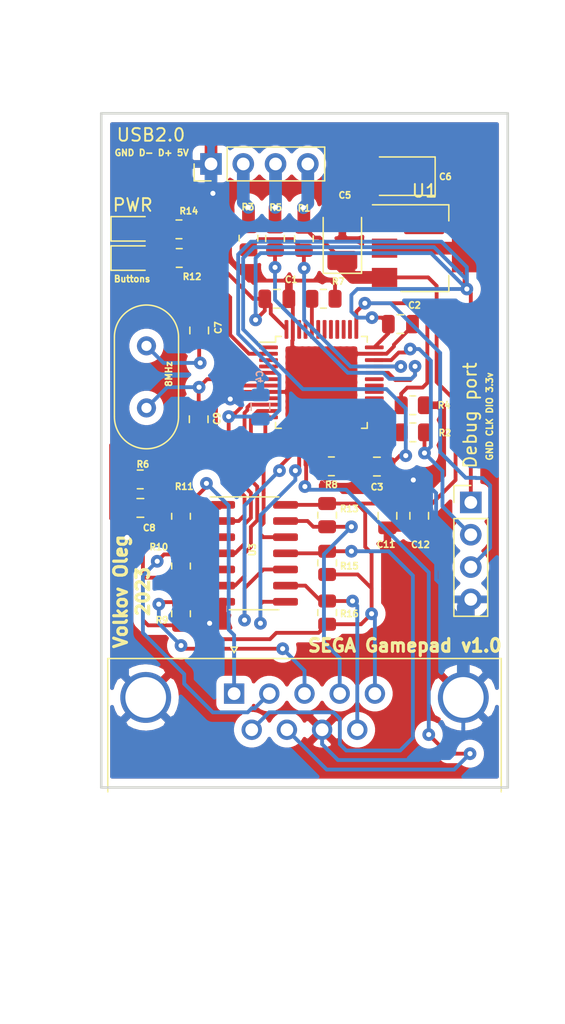
<source format=kicad_pcb>
(kicad_pcb (version 20171130) (host pcbnew "(5.1.12)-1")
  (layers (0 F.Cu signal) (31 B.Cu signal) (34 B.Paste user) (35 F.Paste user) (36 B.SilkS user) (37 F.SilkS user) (38 B.Mask user) (39 F.Mask user) (44 Edge.Cuts user))
  (net 0 "")
  (net 1 GND)
  (net 2 3.3V)
  (net 3 5V)
  (net 4 PD0)
  (net 5 NRST)
  (net 6 PD1)
  (net 7 PA6)
  (net 8 "Net-(D1-Pad2)")
  (net 9 "Net-(D2-Pad2)")
  (net 10 PA13)
  (net 11 PA14)
  (net 12 "Net-(J2-Pad3)")
  (net 13 "Net-(J2-Pad2)")
  (net 14 "Net-(J3-Pad1)")
  (net 15 "Net-(J3-Pad2)")
  (net 16 "Net-(J3-Pad3)")
  (net 17 "Net-(J3-Pad4)")
  (net 18 "Net-(J3-Pad9)")
  (net 19 PA12)
  (net 20 PA11)
  (net 21 BOOT0)
  (net 22 BOOT1)
  (net 23 LED)
  (net 24 PA4)
  (net 25 PA5)
  (net 26 "Net-(J3-Pad6)")
  (net 27 PA0)
  (net 28 PA1)
  (net 29 PA2)
  (net 30 PA3)
  (module Connector_Dsub:DSUB-9_Male_Horizontal_P2.77x2.84mm_EdgePinOffset4.94mm_Housed_MountingHolesOffset7.48mm (layer F.Cu) (at 174.18 82.03)
    (fp_text reference "SEGA Gamepad v1.0" (at 13.44 -3.78) (layer F.SilkS) (effects (font (thickness 0.25))))
    (fp_text value SEGA)
    (pad 1 thru_hole rect (at 0 0) (size 1.6 1.6) (drill 1) (layers *.Cu *.Mask) (net 14 "Net-(J3-Pad1)"))
    (pad 2 thru_hole circle (at 2.77 0) (size 1.6 1.6) (drill 1) (layers *.Cu *.Mask) (net 15 "Net-(J3-Pad2)"))
    (pad 3 thru_hole circle (at 5.54 0) (size 1.6 1.6) (drill 1) (layers *.Cu *.Mask) (net 16 "Net-(J3-Pad3)"))
    (pad 4 thru_hole circle (at 8.31 0) (size 1.6 1.6) (drill 1) (layers *.Cu *.Mask) (net 17 "Net-(J3-Pad4)"))
    (pad 5 thru_hole circle (at 11.08 0) (size 1.6 1.6) (drill 1) (layers *.Cu *.Mask) (net 3 5V))
    (pad 6 thru_hole circle (at 1.385 2.84) (size 1.6 1.6) (drill 1) (layers *.Cu *.Mask) (net 26 "Net-(J3-Pad6)"))
    (pad 7 thru_hole circle (at 4.155 2.84) (size 1.6 1.6) (drill 1) (layers *.Cu *.Mask) (net 7 PA6))
    (pad 8 thru_hole circle (at 6.925 2.84) (size 1.6 1.6) (drill 1) (layers *.Cu *.Mask) (net 1 GND))
    (pad 9 thru_hole circle (at 9.695 2.84) (size 1.6 1.6) (drill 1) (layers *.Cu *.Mask) (net 18 "Net-(J3-Pad9)"))
    (pad 0 thru_hole circle (at -6.96 0.3) (size 4 4) (drill 3.2) (layers *.Cu *.Mask) (net 1 GND))
    (pad 0 thru_hole circle (at 18.04 0.3) (size 4 4) (drill 3.2) (layers *.Cu *.Mask) (net 1 GND))
  )
  (module Resistor_SMD:R_0805_2012Metric (layer F.Cu) (at 170 75.75 90)
    (fp_text reference R9 (at -0.5 -1.5) (layer F.SilkS) (effects (font (size 0.5 0.5) (thickness 0.125))))
    (fp_text value 100k)
    (pad 1 smd roundrect (at -0.9125 0 90) (size 1.025 1.4) (layers F.Cu F.Paste F.Mask) (roundrect_rratio 0.2439014634146341) (net 3 5V))
    (pad 2 smd roundrect (at 0.9125 0 90) (size 1.025 1.4) (layers F.Cu F.Paste F.Mask) (roundrect_rratio 0.2439014634146341) (net 16 "Net-(J3-Pad3)"))
  )
  (module Resistor_SMD:R_0805_2012Metric (layer F.Cu) (at 170 68.0875 90)
    (fp_text reference R11 (at 2.3375 0.25) (layer F.SilkS) (effects (font (size 0.5 0.5) (thickness 0.125))))
    (fp_text value 100k)
    (pad 1 smd roundrect (at -0.9125 0 90) (size 1.025 1.4) (layers F.Cu F.Paste F.Mask) (roundrect_rratio 0.2439014634146341) (net 3 5V))
    (pad 2 smd roundrect (at 0.9125 0 90) (size 1.025 1.4) (layers F.Cu F.Paste F.Mask) (roundrect_rratio 0.2439014634146341) (net 14 "Net-(J3-Pad1)"))
  )
  (module Resistor_SMD:R_0805_2012Metric (layer F.Cu) (at 181.5 68 90)
    (fp_text reference R13 (at 0.5 1.75) (layer F.SilkS) (effects (font (size 0.5 0.5) (thickness 0.125))))
    (fp_text value 100k)
    (pad 2 smd roundrect (at 0.9125 0 90) (size 1.025 1.4) (layers F.Cu F.Paste F.Mask) (roundrect_rratio 0.2439014634146341) (net 3 5V))
    (pad 1 smd roundrect (at -0.9125 0 90) (size 1.025 1.4) (layers F.Cu F.Paste F.Mask) (roundrect_rratio 0.2439014634146341) (net 17 "Net-(J3-Pad4)"))
  )
  (module Connector_PinHeader_2.54mm:PinHeader_1x04_P2.54mm_Vertical (layer F.Cu) (at 172.36 40.39 90)
    (fp_text reference USB2.0 (at 2.28 -4.73) (layer F.SilkS))
    (fp_text value "Serial wire")
    (pad 4 thru_hole oval (at 0 7.62 90) (size 1.7 1.7) (drill 1) (layers *.Cu *.Mask) (net 3 5V))
    (pad 3 thru_hole oval (at 0 5.08 90) (size 1.7 1.7) (drill 1) (layers *.Cu *.Mask) (net 13 "Net-(J2-Pad2)"))
    (pad 2 thru_hole oval (at 0 2.54 90) (size 1.7 1.7) (drill 1) (layers *.Cu *.Mask) (net 12 "Net-(J2-Pad3)"))
    (pad 1 thru_hole rect (at 0 0 90) (size 1.7 1.7) (drill 1) (layers *.Cu *.Mask) (net 1 GND))
  )
  (module Capacitor_SMD:C_0805_2012Metric (layer F.Cu) (at 188.75 68.05 270)
    (fp_text reference C12 (at 2.27 -0.1) (layer F.SilkS) (effects (font (size 0.5 0.5) (thickness 0.125))))
    (fp_text value 10uF)
    (pad 1 smd roundrect (at -0.95 0 270) (size 1 1.45) (layers F.Cu F.Paste F.Mask) (net 3 5V))
    (pad 2 smd roundrect (at 0.95 0 270) (size 1 1.45) (layers F.Cu F.Paste F.Mask) (net 1 GND))
  )
  (module Capacitor_SMD:C_0805_2012Metric (layer F.Cu) (at 177.54 50.99)
    (fp_text reference C1 (at 1.14 -1.51) (layer F.SilkS) (effects (font (size 0.5 0.5) (thickness 0.125))))
    (fp_text value 0.1uF)
    (pad 2 smd roundrect (at 0.95 0) (size 1 1.45) (layers F.Cu F.Paste F.Mask) (net 1 GND))
    (pad 1 smd roundrect (at -0.95 0) (size 1 1.45) (layers F.Cu F.Paste F.Mask) (net 2 3.3V))
  )
  (module Capacitor_SMD:C_0805_2012Metric (layer F.Cu) (at 187.27 52.98)
    (fp_text reference C2 (at 1.11 -1.48) (layer F.SilkS) (effects (font (size 0.5 0.5) (thickness 0.125))))
    (fp_text value 0.1uF)
    (pad 1 smd roundrect (at -0.95 0) (size 1 1.45) (layers F.Cu F.Paste F.Mask) (net 2 3.3V))
    (pad 2 smd roundrect (at 0.95 0) (size 1 1.45) (layers F.Cu F.Paste F.Mask) (net 1 GND))
  )
  (module Capacitor_SMD:C_0805_2012Metric (layer F.Cu) (at 185.42 64.18 180)
    (fp_text reference C3 (at -0.01 -1.61) (layer F.SilkS) (effects (font (size 0.5 0.5) (thickness 0.125))))
    (fp_text value 0.1uF)
    (pad 2 smd roundrect (at 0.95 0 180) (size 1 1.45) (layers F.Cu F.Paste F.Mask) (net 1 GND))
    (pad 1 smd roundrect (at -0.95 0 180) (size 1 1.45) (layers F.Cu F.Paste F.Mask) (net 2 3.3V))
  )
  (module Capacitor_SMD:C_0805_2012Metric (layer B.Cu) (at 176.25 59.5 90)
    (fp_text reference C4 (at 2.39 -0.05 270) (layer B.SilkS) (effects (font (size 0.5 0.5) (thickness 0.125)) (justify mirror)))
    (fp_text value 0.1uF)
    (pad 1 smd roundrect (at -0.95 0 90) (size 1 1.45) (layers B.Cu B.Paste B.Mask) (net 2 3.3V))
    (pad 2 smd roundrect (at 0.95 0 90) (size 1 1.45) (layers B.Cu B.Paste B.Mask) (net 1 GND))
  )
  (module Capacitor_Tantalum_SMD:CP_EIA-3528-21_Kemet-B_Pad1.50x2.35mm_HandSolder (layer F.Cu) (at 182.7 46.35 90)
    (fp_text reference C5 (at 3.5 0.2 180) (layer F.SilkS) (effects (font (size 0.5 0.5) (thickness 0.125))))
    (fp_text value 47uF)
    (pad 1 smd roundrect (at -1.625 0 90) (size 1.5 2.35) (layers F.Cu F.Paste F.Mask) (roundrect_rratio 0.1666666666666667) (net 3 5V))
    (pad 2 smd roundrect (at 1.625 0 90) (size 1.5 2.35) (layers F.Cu F.Paste F.Mask) (roundrect_rratio 0.1666666666666667) (net 1 GND))
  )
  (module Capacitor_Tantalum_SMD:CP_EIA-3528-21_Kemet-B_Pad1.50x2.35mm_HandSolder (layer F.Cu) (at 187.37 41.35 180)
    (fp_text reference C6 (at -3.44 -0.04) (layer F.SilkS) (effects (font (size 0.5 0.5) (thickness 0.125))))
    (fp_text value 47uF)
    (pad 2 smd roundrect (at 1.625 0 180) (size 1.5 2.35) (layers F.Cu F.Paste F.Mask) (roundrect_rratio 0.1666666666666667) (net 1 GND))
    (pad 1 smd roundrect (at -1.625 0 180) (size 1.5 2.35) (layers F.Cu F.Paste F.Mask) (roundrect_rratio 0.1666666666666667) (net 2 3.3V))
  )
  (module Capacitor_SMD:C_0805_2012Metric (layer F.Cu) (at 171.43 53.48 270)
    (fp_text reference C7 (at -0.22 -1.5 90) (layer F.SilkS) (effects (font (size 0.5 0.5) (thickness 0.125))))
    (fp_text value 30pF)
    (pad 2 smd roundrect (at 0.95 0 270) (size 1 1.45) (layers F.Cu F.Paste F.Mask) (net 4 PD0))
    (pad 1 smd roundrect (at -0.95 0 270) (size 1 1.45) (layers F.Cu F.Paste F.Mask) (net 1 GND))
  )
  (module Capacitor_SMD:C_0805_2012Metric (layer F.Cu) (at 166.8 67.43)
    (fp_text reference C8 (at 0.7 1.57) (layer F.SilkS) (effects (font (size 0.5 0.5) (thickness 0.125))))
    (fp_text value 0.1uF)
    (pad 2 smd roundrect (at 0.95 0) (size 1 1.45) (layers F.Cu F.Paste F.Mask) (net 1 GND))
    (pad 1 smd roundrect (at -0.95 0) (size 1 1.45) (layers F.Cu F.Paste F.Mask) (net 5 NRST))
  )
  (module Capacitor_SMD:C_0805_2012Metric (layer F.Cu) (at 171.39 60.46 90)
    (fp_text reference C9 (at 0.06 1.45 90) (layer F.SilkS) (effects (font (size 0.5 0.5) (thickness 0.125))))
    (fp_text value 30pF)
    (pad 1 smd roundrect (at -0.95 0 90) (size 1 1.45) (layers F.Cu F.Paste F.Mask) (net 1 GND))
    (pad 2 smd roundrect (at 0.95 0 90) (size 1 1.45) (layers F.Cu F.Paste F.Mask) (net 6 PD1))
  )
  (module Capacitor_SMD:C_0805_2012Metric (layer F.Cu) (at 186.25 68.05 270)
    (fp_text reference C11 (at 2.25 0.11 180) (layer F.SilkS) (effects (font (size 0.5 0.5) (thickness 0.125))))
    (fp_text value 0.1uF)
    (pad 1 smd roundrect (at -0.95 0 270) (size 1 1.45) (layers F.Cu F.Paste F.Mask) (net 3 5V))
    (pad 2 smd roundrect (at 0.95 0 270) (size 1 1.45) (layers F.Cu F.Paste F.Mask) (net 1 GND))
  )
  (module LED_SMD:LED_0805_2012Metric (layer F.Cu) (at 166.1725 47.79)
    (fp_text reference Buttons (at -0.0225 1.64) (layer F.SilkS) (effects (font (size 0.5 0.5) (thickness 0.125))))
    (fp_text value LED)
    (pad 1 smd roundrect (at -0.9375 0) (size 0.975 1.4) (layers F.Cu F.Paste F.Mask) (net 1 GND))
    (pad 2 smd roundrect (at 0.9375 0) (size 0.975 1.4) (layers F.Cu F.Paste F.Mask) (net 8 "Net-(D1-Pad2)"))
  )
  (module LED_SMD:LED_0805_2012Metric (layer F.Cu) (at 166.1725 45.49)
    (fp_text reference PWR (at 0.0275 -1.87) (layer F.SilkS))
    (fp_text value LED)
    (pad 2 smd roundrect (at 0.9375 0) (size 0.975 1.4) (layers F.Cu F.Paste F.Mask) (net 9 "Net-(D2-Pad2)"))
    (pad 1 smd roundrect (at -0.9375 0) (size 0.975 1.4) (layers F.Cu F.Paste F.Mask) (net 1 GND))
  )
  (module Resistor_SMD:R_0805_2012Metric (layer F.Cu) (at 179.67 46.27 90)
    (fp_text reference R1 (at 2.4 0.02 180) (layer F.SilkS) (effects (font (size 0.5 0.5) (thickness 0.125))))
    (fp_text value 10k)
    (pad 2 smd roundrect (at 0.9125 0 90) (size 1.025 1.4) (layers F.Cu F.Paste F.Mask) (roundrect_rratio 0.2439004878048781) (net 3 5V))
    (pad 1 smd roundrect (at -0.9125 0 90) (size 1.025 1.4) (layers F.Cu F.Paste F.Mask) (roundrect_rratio 0.2439004878048781) (net 19 PA12))
  )
  (module Resistor_SMD:R_0805_2012Metric (layer F.Cu) (at 188.2525 61.49 180)
    (fp_text reference R2 (at -2.5175 -0.04) (layer F.SilkS) (effects (font (size 0.5 0.5) (thickness 0.125))))
    (fp_text value 10k)
    (pad 2 smd roundrect (at 0.9125 0 180) (size 1.025 1.4) (layers F.Cu F.Paste F.Mask) (roundrect_rratio 0.2439004878048781) (net 2 3.3V))
    (pad 1 smd roundrect (at -0.9125 0 180) (size 1.025 1.4) (layers F.Cu F.Paste F.Mask) (roundrect_rratio 0.2439004878048781) (net 10 PA13))
  )
  (module Resistor_SMD:R_0805_2012Metric (layer F.Cu) (at 175.31 46.23 90)
    (fp_text reference R3 (at 2.46 -0.05 180) (layer F.SilkS) (effects (font (size 0.5 0.5) (thickness 0.125))))
    (fp_text value 20)
    (pad 2 smd roundrect (at 0.9125 0 90) (size 1.025 1.4) (layers F.Cu F.Paste F.Mask) (roundrect_rratio 0.2439004878048781) (net 12 "Net-(J2-Pad3)"))
    (pad 1 smd roundrect (at -0.9125 0 90) (size 1.025 1.4) (layers F.Cu F.Paste F.Mask) (roundrect_rratio 0.2439004878048781) (net 19 PA12))
  )
  (module Resistor_SMD:R_0805_2012Metric (layer F.Cu) (at 188.2425 59.36 180)
    (fp_text reference R4 (at -2.4675 0) (layer F.SilkS) (effects (font (size 0.5 0.5) (thickness 0.125))))
    (fp_text value 10k)
    (pad 1 smd roundrect (at -0.9125 0 180) (size 1.025 1.4) (layers F.Cu F.Paste F.Mask) (roundrect_rratio 0.2439004878048781) (net 1 GND))
    (pad 2 smd roundrect (at 0.9125 0 180) (size 1.025 1.4) (layers F.Cu F.Paste F.Mask) (roundrect_rratio 0.2439004878048781) (net 11 PA14))
  )
  (module Resistor_SMD:R_0805_2012Metric (layer F.Cu) (at 177.4 46.25 90)
    (fp_text reference R5 (at 2.44 0.05 180) (layer F.SilkS) (effects (font (size 0.5 0.5) (thickness 0.125))))
    (fp_text value 20)
    (pad 1 smd roundrect (at -0.9125 0 90) (size 1.025 1.4) (layers F.Cu F.Paste F.Mask) (roundrect_rratio 0.2439004878048781) (net 20 PA11))
    (pad 2 smd roundrect (at 0.9125 0 90) (size 1.025 1.4) (layers F.Cu F.Paste F.Mask) (roundrect_rratio 0.2439004878048781) (net 13 "Net-(J2-Pad2)"))
  )
  (module Resistor_SMD:R_0805_2012Metric (layer F.Cu) (at 166.7875 65.19)
    (fp_text reference R6 (at 0.2125 -1.19) (layer F.SilkS) (effects (font (size 0.5 0.5) (thickness 0.125))))
    (fp_text value 10k)
    (pad 2 smd roundrect (at 0.9125 0) (size 1.025 1.4) (layers F.Cu F.Paste F.Mask) (roundrect_rratio 0.2439004878048781) (net 2 3.3V))
    (pad 1 smd roundrect (at -0.9125 0) (size 1.025 1.4) (layers F.Cu F.Paste F.Mask) (roundrect_rratio 0.2439004878048781) (net 5 NRST))
  )
  (module Resistor_SMD:R_0805_2012Metric (layer F.Cu) (at 181.21 50.99 180)
    (fp_text reference R7 (at -1.17 1.37) (layer F.SilkS) (effects (font (size 0.5 0.5) (thickness 0.125))))
    (fp_text value 10k)
    (pad 2 smd roundrect (at 0.9125 0 180) (size 1.025 1.4) (layers F.Cu F.Paste F.Mask) (roundrect_rratio 0.2439004878048781) (net 21 BOOT0))
    (pad 1 smd roundrect (at -0.9125 0 180) (size 1.025 1.4) (layers F.Cu F.Paste F.Mask) (roundrect_rratio 0.2439004878048781) (net 1 GND))
  )
  (module Resistor_SMD:R_0805_2012Metric (layer F.Cu) (at 181.8375 64.16)
    (fp_text reference R8 (at 0 1.45) (layer F.SilkS) (effects (font (size 0.5 0.5) (thickness 0.125))))
    (fp_text value 10k)
    (pad 1 smd roundrect (at -0.9125 0) (size 1.025 1.4) (layers F.Cu F.Paste F.Mask) (roundrect_rratio 0.2439004878048781) (net 1 GND))
    (pad 2 smd roundrect (at 0.9125 0) (size 1.025 1.4) (layers F.Cu F.Paste F.Mask) (roundrect_rratio 0.2439004878048781) (net 22 BOOT1))
  )
  (module Resistor_SMD:R_0805_2012Metric (layer F.Cu) (at 169.86 47.78 180)
    (fp_text reference R12 (at -1.01 -1.47) (layer F.SilkS) (effects (font (size 0.5 0.5) (thickness 0.125))))
    (fp_text value 1k)
    (pad 2 smd roundrect (at 0.9125 0 180) (size 1.025 1.4) (layers F.Cu F.Paste F.Mask) (roundrect_rratio 0.2439004878048781) (net 8 "Net-(D1-Pad2)"))
    (pad 1 smd roundrect (at -0.9125 0 180) (size 1.025 1.4) (layers F.Cu F.Paste F.Mask) (roundrect_rratio 0.2439004878048781) (net 23 LED))
  )
  (module Resistor_SMD:R_0805_2012Metric (layer F.Cu) (at 169.8375 45.53 180)
    (fp_text reference R14 (at -0.7725 1.44) (layer F.SilkS) (effects (font (size 0.5 0.5) (thickness 0.125))))
    (fp_text value 1k)
    (pad 1 smd roundrect (at -0.9125 0 180) (size 1.025 1.4) (layers F.Cu F.Paste F.Mask) (roundrect_rratio 0.2439004878048781) (net 2 3.3V))
    (pad 2 smd roundrect (at 0.9125 0 180) (size 1.025 1.4) (layers F.Cu F.Paste F.Mask) (roundrect_rratio 0.2439004878048781) (net 9 "Net-(D2-Pad2)"))
  )
  (module Package_TO_SOT_SMD:SOT-223-3_TabPin2 (layer F.Cu) (at 189.17 47.01)
    (fp_text reference U1 (at 0 -4.5 -180) (layer F.SilkS))
    (fp_text value AMS1117-3.3)
    (pad 2 smd rect (at 3.15 0) (size 2 3.8) (layers F.Cu F.Paste F.Mask) (net 2 3.3V))
    (pad 2 smd rect (at -3.15 0) (size 2 1.5) (layers F.Cu F.Paste F.Mask) (net 2 3.3V))
    (pad 3 smd rect (at -3.15 2.3) (size 2 1.5) (layers F.Cu F.Paste F.Mask) (net 3 5V))
    (pad 1 smd rect (at -3.15 -2.3) (size 2 1.5) (layers F.Cu F.Paste F.Mask) (net 1 GND))
  )
  (module Package_QFP:LQFP-48_7x7mm_P0.5mm (layer F.Cu) (at 181.05 57.56)
    (fp_text reference STM32F103 hide)
    (fp_text value STM32F103C8Tx)
    (pad 1 smd roundrect (at -4.1625 -2.75) (size 1.475 0.3) (layers F.Cu F.Paste F.Mask))
    (pad 2 smd roundrect (at -4.1625 -2.25) (size 1.475 0.3) (layers F.Cu F.Paste F.Mask) (net 23 LED))
    (pad 3 smd roundrect (at -4.1625 -1.75) (size 1.475 0.3) (layers F.Cu F.Paste F.Mask))
    (pad 4 smd roundrect (at -4.1625 -1.25) (size 1.475 0.3) (layers F.Cu F.Paste F.Mask))
    (pad 5 smd roundrect (at -4.1625 -0.75) (size 1.475 0.3) (layers F.Cu F.Paste F.Mask) (net 4 PD0))
    (pad 6 smd roundrect (at -4.1625 -0.25) (size 1.475 0.3) (layers F.Cu F.Paste F.Mask) (net 6 PD1))
    (pad 7 smd roundrect (at -4.1625 0.25) (size 1.475 0.3) (layers F.Cu F.Paste F.Mask) (net 5 NRST))
    (pad 8 smd roundrect (at -4.1625 0.75) (size 1.475 0.3) (layers F.Cu F.Paste F.Mask) (net 1 GND))
    (pad 9 smd roundrect (at -4.1625 1.25) (size 1.475 0.3) (layers F.Cu F.Paste F.Mask) (net 2 3.3V))
    (pad 10 smd roundrect (at -4.1625 1.75) (size 1.475 0.3) (layers F.Cu F.Paste F.Mask) (net 27 PA0))
    (pad 11 smd roundrect (at -4.1625 2.25) (size 1.475 0.3) (layers F.Cu F.Paste F.Mask) (net 28 PA1))
    (pad 12 smd roundrect (at -4.1625 2.75) (size 1.475 0.3) (layers F.Cu F.Paste F.Mask) (net 29 PA2))
    (pad 13 smd roundrect (at -2.75 4.1625) (size 0.3 1.475) (layers F.Cu F.Paste F.Mask) (net 30 PA3))
    (pad 14 smd roundrect (at -2.25 4.1625) (size 0.3 1.475) (layers F.Cu F.Paste F.Mask) (net 24 PA4))
    (pad 15 smd roundrect (at -1.75 4.1625) (size 0.3 1.475) (layers F.Cu F.Paste F.Mask) (net 25 PA5))
    (pad 16 smd roundrect (at -1.25 4.1625) (size 0.3 1.475) (layers F.Cu F.Paste F.Mask) (net 7 PA6))
    (pad 17 smd roundrect (at -0.75 4.1625) (size 0.3 1.475) (layers F.Cu F.Paste F.Mask))
    (pad 18 smd roundrect (at -0.25 4.1625) (size 0.3 1.475) (layers F.Cu F.Paste F.Mask))
    (pad 19 smd roundrect (at 0.25 4.1625) (size 0.3 1.475) (layers F.Cu F.Paste F.Mask))
    (pad 20 smd roundrect (at 0.75 4.1625) (size 0.3 1.475) (layers F.Cu F.Paste F.Mask) (net 22 BOOT1))
    (pad 21 smd roundrect (at 1.25 4.1625) (size 0.3 1.475) (layers F.Cu F.Paste F.Mask))
    (pad 22 smd roundrect (at 1.75 4.1625) (size 0.3 1.475) (layers F.Cu F.Paste F.Mask))
    (pad 23 smd roundrect (at 2.25 4.1625) (size 0.3 1.475) (layers F.Cu F.Paste F.Mask) (net 1 GND))
    (pad 24 smd roundrect (at 2.75 4.1625) (size 0.3 1.475) (layers F.Cu F.Paste F.Mask) (net 2 3.3V))
    (pad 25 smd roundrect (at 4.1625 2.75) (size 1.475 0.3) (layers F.Cu F.Paste F.Mask))
    (pad 26 smd roundrect (at 4.1625 2.25) (size 1.475 0.3) (layers F.Cu F.Paste F.Mask))
    (pad 27 smd roundrect (at 4.1625 1.75) (size 1.475 0.3) (layers F.Cu F.Paste F.Mask))
    (pad 28 smd roundrect (at 4.1625 1.25) (size 1.475 0.3) (layers F.Cu F.Paste F.Mask))
    (pad 29 smd roundrect (at 4.1625 0.75) (size 1.475 0.3) (layers F.Cu F.Paste F.Mask))
    (pad 30 smd roundrect (at 4.1625 0.25) (size 1.475 0.3) (layers F.Cu F.Paste F.Mask))
    (pad 31 smd roundrect (at 4.1625 -0.25) (size 1.475 0.3) (layers F.Cu F.Paste F.Mask))
    (pad 32 smd roundrect (at 4.1625 -0.75) (size 1.475 0.3) (layers F.Cu F.Paste F.Mask) (net 20 PA11))
    (pad 33 smd roundrect (at 4.1625 -1.25) (size 1.475 0.3) (layers F.Cu F.Paste F.Mask) (net 19 PA12))
    (pad 34 smd roundrect (at 4.1625 -1.75) (size 1.475 0.3) (layers F.Cu F.Paste F.Mask) (net 10 PA13))
    (pad 35 smd roundrect (at 4.1625 -2.25) (size 1.475 0.3) (layers F.Cu F.Paste F.Mask) (net 1 GND))
    (pad 36 smd roundrect (at 4.1625 -2.75) (size 1.475 0.3) (layers F.Cu F.Paste F.Mask) (net 2 3.3V))
    (pad 37 smd roundrect (at 2.75 -4.1625) (size 0.3 1.475) (layers F.Cu F.Paste F.Mask) (net 11 PA14))
    (pad 38 smd roundrect (at 2.25 -4.1625) (size 0.3 1.475) (layers F.Cu F.Paste F.Mask))
    (pad 39 smd roundrect (at 1.75 -4.1625) (size 0.3 1.475) (layers F.Cu F.Paste F.Mask))
    (pad 40 smd roundrect (at 1.25 -4.1625) (size 0.3 1.475) (layers F.Cu F.Paste F.Mask))
    (pad 41 smd roundrect (at 0.75 -4.1625) (size 0.3 1.475) (layers F.Cu F.Paste F.Mask))
    (pad 42 smd roundrect (at 0.25 -4.1625) (size 0.3 1.475) (layers F.Cu F.Paste F.Mask))
    (pad 43 smd roundrect (at -0.25 -4.1625) (size 0.3 1.475) (layers F.Cu F.Paste F.Mask))
    (pad 44 smd roundrect (at -0.75 -4.1625) (size 0.3 1.475) (layers F.Cu F.Paste F.Mask) (net 21 BOOT0))
    (pad 45 smd roundrect (at -1.25 -4.1625) (size 0.3 1.475) (layers F.Cu F.Paste F.Mask))
    (pad 46 smd roundrect (at -1.75 -4.1625) (size 0.3 1.475) (layers F.Cu F.Paste F.Mask))
    (pad 47 smd roundrect (at -2.25 -4.1625) (size 0.3 1.475) (layers F.Cu F.Paste F.Mask) (net 1 GND))
    (pad 48 smd roundrect (at -2.75 -4.1625) (size 0.3 1.475) (layers F.Cu F.Paste F.Mask) (net 2 3.3V))
  )
  (module Package_SO:SOIC-14_3.9x8.7mm_P1.27mm (layer F.Cu) (at 175.75 71)
    (fp_text reference U3 (at -0.125 -0.28 270) (layer F.SilkS) (effects (font (size 0.5 0.5) (thickness 0.125))))
    (fp_text value 74HC14)
    (pad 1 smd roundrect (at -2.475 -3.81) (size 1.95 0.6) (layers F.Cu F.Paste F.Mask) (net 14 "Net-(J3-Pad1)"))
    (pad 2 smd roundrect (at -2.475 -2.54) (size 1.95 0.6) (layers F.Cu F.Paste F.Mask) (net 27 PA0))
    (pad 3 smd roundrect (at -2.475 -1.27) (size 1.95 0.6) (layers F.Cu F.Paste F.Mask) (net 15 "Net-(J3-Pad2)"))
    (pad 4 smd roundrect (at -2.475 0) (size 1.95 0.6) (layers F.Cu F.Paste F.Mask) (net 28 PA1))
    (pad 5 smd roundrect (at -2.475 1.27) (size 1.95 0.6) (layers F.Cu F.Paste F.Mask) (net 16 "Net-(J3-Pad3)"))
    (pad 6 smd roundrect (at -2.475 2.54) (size 1.95 0.6) (layers F.Cu F.Paste F.Mask) (net 29 PA2))
    (pad 7 smd roundrect (at -2.475 3.81) (size 1.95 0.6) (layers F.Cu F.Paste F.Mask) (net 1 GND))
    (pad 8 smd roundrect (at 2.475 3.81) (size 1.95 0.6) (layers F.Cu F.Paste F.Mask) (net 25 PA5))
    (pad 9 smd roundrect (at 2.475 2.54) (size 1.95 0.6) (layers F.Cu F.Paste F.Mask) (net 18 "Net-(J3-Pad9)"))
    (pad 10 smd roundrect (at 2.475 1.27) (size 1.95 0.6) (layers F.Cu F.Paste F.Mask) (net 24 PA4))
    (pad 11 smd roundrect (at 2.475 0) (size 1.95 0.6) (layers F.Cu F.Paste F.Mask) (net 26 "Net-(J3-Pad6)"))
    (pad 12 smd roundrect (at 2.475 -1.27) (size 1.95 0.6) (layers F.Cu F.Paste F.Mask) (net 30 PA3))
    (pad 13 smd roundrect (at 2.475 -2.54) (size 1.95 0.6) (layers F.Cu F.Paste F.Mask) (net 17 "Net-(J3-Pad4)"))
    (pad 14 smd roundrect (at 2.475 -3.81) (size 1.95 0.6) (layers F.Cu F.Paste F.Mask) (net 3 5V))
  )
  (module Crystal:Crystal_HC49-U_Vertical (layer F.Cu) (at 167.28 54.69 270)
    (fp_text reference 8MHz (at 2.21 -1.76 90) (layer F.SilkS) (effects (font (size 0.5 0.5) (thickness 0.125))))
    (fp_text value 8MHz)
    (pad 1 thru_hole circle (at 0 0 270) (size 1.5 1.5) (drill 0.8) (layers *.Cu *.Mask) (net 4 PD0))
    (pad 2 thru_hole circle (at 4.88 0 270) (size 1.5 1.5) (drill 0.8) (layers *.Cu *.Mask) (net 6 PD1))
  )
  (module Connector_PinHeader_2.54mm:PinHeader_1x04_P2.54mm_Vertical (layer F.Cu) (at 192.81 67)
    (fp_text reference "Debug port" (at -0.05 -6.84 90) (layer F.SilkS))
    (fp_text value "Serial wire")
    (pad 1 thru_hole rect (at 0 0) (size 1.7 1.7) (drill 1) (layers *.Cu *.Mask) (net 2 3.3V))
    (pad 2 thru_hole oval (at 0 2.54) (size 1.7 1.7) (drill 1) (layers *.Cu *.Mask) (net 10 PA13))
    (pad 3 thru_hole oval (at 0 5.08) (size 1.7 1.7) (drill 1) (layers *.Cu *.Mask) (net 11 PA14))
    (pad 4 thru_hole oval (at 0 7.62) (size 1.7 1.7) (drill 1) (layers *.Cu *.Mask) (net 1 GND))
  )
  (module Resistor_SMD:R_0805_2012Metric (layer F.Cu) (at 170 72 90)
    (fp_text reference R10 (at 1.5 -1.75) (layer F.SilkS) (effects (font (size 0.5 0.5) (thickness 0.125))))
    (fp_text value 100k)
    (pad 2 smd roundrect (at 0.9125 0 90) (size 1.025 1.4) (layers F.Cu F.Paste F.Mask) (roundrect_rratio 0.2439014634146341) (net 15 "Net-(J3-Pad2)"))
    (pad 1 smd roundrect (at -0.9125 0 90) (size 1.025 1.4) (layers F.Cu F.Paste F.Mask) (roundrect_rratio 0.2439014634146341) (net 3 5V))
  )
  (module Resistor_SMD:R_0805_2012Metric (layer F.Cu) (at 181.5 71.75 270)
    (fp_text reference R15 (at 0.25 -1.75 180) (layer F.SilkS) (effects (font (size 0.5 0.5) (thickness 0.125))))
    (fp_text value 100k)
    (pad 1 smd roundrect (at -0.9125 0 270) (size 1.025 1.4) (layers F.Cu F.Paste F.Mask) (roundrect_rratio 0.2439014634146341) (net 26 "Net-(J3-Pad6)"))
    (pad 2 smd roundrect (at 0.9125 0 270) (size 1.025 1.4) (layers F.Cu F.Paste F.Mask) (roundrect_rratio 0.2439014634146341) (net 3 5V))
  )
  (module Resistor_SMD:R_0805_2012Metric (layer F.Cu) (at 181.5 75.6625 270)
    (fp_text reference R16 (at 0.0875 -1.75 180) (layer F.SilkS) (effects (font (size 0.5 0.5) (thickness 0.125))))
    (fp_text value 100k)
    (pad 2 smd roundrect (at 0.9125 0 270) (size 1.025 1.4) (layers F.Cu F.Paste F.Mask) (roundrect_rratio 0.2439014634146341) (net 3 5V))
    (pad 1 smd roundrect (at -0.9125 0 270) (size 1.025 1.4) (layers F.Cu F.Paste F.Mask) (roundrect_rratio 0.2439014634146341) (net 18 "Net-(J3-Pad9)"))
  )
  (gr_text "GND D- D+ 5V" (at 167.69 39.51) (layer F.SilkS) (effects (font (size 0.5 0.5) (thickness 0.125))))
  (gr_text 2023 (at 167 74 90) (layer F.SilkS) (effects (font (size 1 1) (thickness 0.25))))
  (gr_text "Volkov Oleg" (at 165.25 74 90) (layer F.SilkS) (effects (font (size 1 1) (thickness 0.25))))
  (gr_text "GND CLK DIO 3.3v" (at 194.29 60.24 90) (layer F.SilkS) (effects (font (size 0.5 0.5) (thickness 0.125))))
  (gr_line (start 195.72 36.41) (end 163.72 36.41) (layer Edge.Cuts) (width 0.2))
  (gr_line (start 195.72 89.41) (end 195.72 36.41) (layer Edge.Cuts) (width 0.2))
  (gr_line (start 163.72 89.41) (end 195.72 89.41) (layer Edge.Cuts) (width 0.2))
  (gr_line (start 163.72 36.41) (end 163.72 89.41) (layer Edge.Cuts) (width 0.2))
  (segment (start 178.8 51.3) (end 178.49 50.99) (width 0.3) (layer F.Cu) (net 1))
  (segment (start 178.8 53.3975) (end 178.8 51.3) (width 0.3) (layer F.Cu) (net 1))
  (segment (start 176.8875 58.31) (end 178.25 58.31) (width 0.3) (layer F.Cu) (net 1))
  (segment (start 178.25 58.31) (end 178.76 57.8) (width 0.3) (layer F.Cu) (net 1))
  (segment (start 178.82 55.31) (end 178.76 55.37) (width 0.3) (layer F.Cu) (net 1))
  (segment (start 178.76 57.8) (end 178.76 55.37) (width 0.3) (layer F.Cu) (net 1))
  (segment (start 182.21 58.31) (end 178.25 58.31) (width 0.3) (layer F.Cu) (net 1))
  (segment (start 183.3 59.4) (end 182.21 58.31) (width 0.3) (layer F.Cu) (net 1))
  (segment (start 184.47 55.31) (end 183.6 55.31) (width 0.3) (layer F.Cu) (net 1))
  (segment (start 185.2125 55.31) (end 184.47 55.31) (width 0.3) (layer F.Cu) (net 1))
  (segment (start 184.47 55.31) (end 178.82 55.31) (width 0.3) (layer F.Cu) (net 1))
  (segment (start 183.6 55.31) (end 183.3 55.61) (width 0.3) (layer F.Cu) (net 1))
  (segment (start 183.3 55.61) (end 183.3 59.66) (width 0.3) (layer F.Cu) (net 1))
  (segment (start 183.3 59.66) (end 183.3 59.4) (width 0.3) (layer F.Cu) (net 1))
  (segment (start 183.3 61.7225) (end 183.3 59.66) (width 0.3) (layer F.Cu) (net 1))
  (segment (start 180.925 64.16) (end 180.925 64.805) (width 0.3) (layer F.Cu) (net 1))
  (segment (start 180.925 64.805) (end 181.74 65.62) (width 0.3) (layer F.Cu) (net 1))
  (segment (start 184.47 65.08) (end 184.47 64.18) (width 0.3) (layer F.Cu) (net 1))
  (segment (start 183.93 65.62) (end 184.47 65.08) (width 0.3) (layer F.Cu) (net 1))
  (segment (start 178.49 50.99) (end 178.49 49.9) (width 0.3) (layer F.Cu) (net 1))
  (segment (start 178.49 49.9) (end 178.83 49.56) (width 0.3) (layer F.Cu) (net 1))
  (segment (start 182.1225 49.7825) (end 182.1225 50.99) (width 0.3) (layer F.Cu) (net 1))
  (segment (start 181.9 49.56) (end 182.1225 49.7825) (width 0.3) (layer F.Cu) (net 1))
  (segment (start 183.3 61.7225) (end 183.3 62.88) (width 0.3) (layer F.Cu) (net 1))
  (segment (start 183.3 62.88) (end 183.59 63.17) (width 0.3) (layer F.Cu) (net 1))
  (segment (start 183.59 63.17) (end 184.19 63.17) (width 0.3) (layer F.Cu) (net 1))
  (segment (start 184.47 63.45) (end 184.47 64.18) (width 0.3) (layer F.Cu) (net 1))
  (segment (start 184.19 63.17) (end 184.47 63.45) (width 0.3) (layer F.Cu) (net 1))
  (segment (start 185.2125 55.31) (end 186.18 55.31) (width 0.3) (layer F.Cu) (net 1))
  (segment (start 183.77 65.62) (end 187.9 65.62) (width 0.3) (layer F.Cu) (net 1))
  (segment (start 181.74 65.62) (end 183.77 65.62) (width 0.3) (layer F.Cu) (net 1))
  (segment (start 183.77 65.62) (end 183.93 65.62) (width 0.3) (layer F.Cu) (net 1))
  (segment (start 187.9 65.62) (end 188.285 65.235) (width 0.3) (layer F.Cu) (net 1))
  (segment (start 188.285 65.235) (end 188.38 65.14) (width 0.3) (layer F.Cu) (net 1))
  (via (at 188.285 65.235) (size 1) (drill 0.4) (layers F.Cu B.Cu) (net 1))
  (segment (start 165.235 45.49) (end 165.235 47.79) (width 0.3) (layer F.Cu) (net 1))
  (segment (start 186.005 44.725) (end 186.02 44.71) (width 1) (layer F.Cu) (net 1))
  (segment (start 182.7 44.725) (end 186.005 44.725) (width 1) (layer F.Cu) (net 1))
  (segment (start 192.22 82.33) (end 192.22 75.21) (width 1) (layer B.Cu) (net 1))
  (segment (start 188.285 65.235) (end 189.055 65.235) (width 0.3) (layer B.Cu) (net 1))
  (segment (start 189.055 65.235) (end 190.08 66.26) (width 0.3) (layer B.Cu) (net 1))
  (segment (start 190.08 73.07) (end 192.22 75.21) (width 0.3) (layer B.Cu) (net 1))
  (segment (start 190.08 66.26) (end 190.08 73.07) (width 0.3) (layer B.Cu) (net 1))
  (segment (start 192.81 74.62) (end 192.22 75.21) (width 1) (layer B.Cu) (net 1))
  (segment (start 188.285 65.235) (end 189.915 65.235) (width 0.3) (layer F.Cu) (net 1))
  (segment (start 189.915 65.235) (end 190.63 64.52) (width 0.3) (layer F.Cu) (net 1))
  (segment (start 190.63 64.52) (end 190.63 59.57) (width 0.3) (layer F.Cu) (net 1))
  (segment (start 190.42 59.36) (end 189.155 59.36) (width 0.3) (layer F.Cu) (net 1))
  (segment (start 190.63 59.57) (end 190.42 59.36) (width 0.3) (layer F.Cu) (net 1))
  (segment (start 171.43 52.53) (end 171.43 51.45) (width 0.3) (layer F.Cu) (net 1))
  (segment (start 171.43 51.45) (end 169.94 49.96) (width 0.3) (layer F.Cu) (net 1))
  (segment (start 169.94 49.96) (end 166.3 49.96) (width 0.3) (layer F.Cu) (net 1))
  (segment (start 165.235 48.895) (end 165.235 47.79) (width 0.3) (layer F.Cu) (net 1))
  (segment (start 166.3 49.96) (end 165.235 48.895) (width 0.3) (layer F.Cu) (net 1))
  (segment (start 179.05 49.56) (end 175.34 49.56) (width 0.3) (layer F.Cu) (net 1))
  (segment (start 178.83 49.56) (end 179.05 49.56) (width 0.3) (layer F.Cu) (net 1))
  (segment (start 179.05 49.56) (end 181.9 49.56) (width 0.3) (layer F.Cu) (net 1))
  (segment (start 175.34 49.56) (end 173.73 47.95) (width 0.3) (layer F.Cu) (net 1))
  (segment (start 173.73 47.95) (end 173.73 44.33) (width 0.3) (layer F.Cu) (net 1))
  (segment (start 165.235 45.49) (end 165.235 44.455) (width 0.3) (layer F.Cu) (net 1))
  (segment (start 165.235 44.455) (end 166.1 43.59) (width 0.3) (layer F.Cu) (net 1))
  (segment (start 178.76 54.276058) (end 178.8 54.236058) (width 0.3) (layer F.Cu) (net 1))
  (segment (start 178.8 54.236058) (end 178.8 53.3975) (width 0.3) (layer F.Cu) (net 1))
  (segment (start 178.76 55.37) (end 178.76 54.276058) (width 0.3) (layer F.Cu) (net 1))
  (segment (start 186.18 55.31) (end 186.76 54.73) (width 0.3) (layer F.Cu) (net 1))
  (segment (start 186.76 54.73) (end 186.76 54.6) (width 0.3) (layer F.Cu) (net 1))
  (segment (start 188.22 53.14) (end 188.22 52.98) (width 0.3) (layer F.Cu) (net 1))
  (segment (start 186.76 54.6) (end 188.22 53.14) (width 0.3) (layer F.Cu) (net 1))
  (segment (start 165.235 47.79) (end 165.235 61.885) (width 0.3) (layer F.Cu) (net 1))
  (segment (start 165.235 61.885) (end 165.88 62.53) (width 0.3) (layer F.Cu) (net 1))
  (segment (start 170.27 62.53) (end 171.39 61.41) (width 0.3) (layer F.Cu) (net 1))
  (segment (start 165.88 62.53) (end 170.27 62.53) (width 0.3) (layer F.Cu) (net 1))
  (segment (start 173.73 44.33) (end 173.73 43.92) (width 0.3) (layer F.Cu) (net 1))
  (segment (start 173.73 43.92) (end 172.51 42.7) (width 0.3) (layer F.Cu) (net 1))
  (segment (start 172.51 42.7) (end 172.51 42.7) (width 0.3) (layer F.Cu) (net 1))
  (via (at 172.51 42.7) (size 1) (drill 0.4) (layers F.Cu B.Cu) (net 1))
  (segment (start 172.28 42.47) (end 172.51 42.7) (width 0.3) (layer B.Cu) (net 1))
  (segment (start 171.62 43.59) (end 172.51 42.7) (width 0.3) (layer F.Cu) (net 1))
  (segment (start 166.1 43.59) (end 171.62 43.59) (width 0.3) (layer F.Cu) (net 1))
  (segment (start 182.7 44.725) (end 182.7 38.42) (width 1) (layer F.Cu) (net 1))
  (segment (start 182.7 38.42) (end 182.02 37.74) (width 1) (layer F.Cu) (net 1))
  (segment (start 182.02 37.74) (end 173 37.74) (width 1) (layer F.Cu) (net 1))
  (segment (start 172.36 38.38) (end 172.36 40.39) (width 1) (layer F.Cu) (net 1))
  (segment (start 173 37.74) (end 172.36 38.38) (width 1) (layer F.Cu) (net 1))
  (segment (start 172.36 42.55) (end 172.51 42.7) (width 1) (layer B.Cu) (net 1))
  (segment (start 172.36 40.39) (end 172.36 42.55) (width 1) (layer B.Cu) (net 1))
  (segment (start 186.02 41.625) (end 185.745 41.35) (width 1) (layer F.Cu) (net 1))
  (segment (start 186.02 44.71) (end 186.02 41.625) (width 1) (layer F.Cu) (net 1))
  (segment (start 188.21 65.16) (end 188.285 65.235) (width 0.3) (layer B.Cu) (net 1))
  (segment (start 176.8875 58.31) (end 174.44 58.31) (width 0.3) (layer F.Cu) (net 1))
  (segment (start 174.44 58.31) (end 173.875 58.875) (width 0.3) (layer F.Cu) (net 1))
  (segment (start 173.875 58.875) (end 173.75 59) (width 0.3) (layer F.Cu) (net 1))
  (via (at 173.875 58.875) (size 1) (drill 0.4) (layers F.Cu B.Cu) (net 1))
  (segment (start 175.925 58.875) (end 176.25 58.55) (width 0.3) (layer B.Cu) (net 1))
  (segment (start 173.875 58.875) (end 175.925 58.875) (width 0.3) (layer B.Cu) (net 1))
  (segment (start 165.115 61.885) (end 164.5 62.5) (width 0.3) (layer F.Cu) (net 1))
  (segment (start 165.235 61.885) (end 165.115 61.885) (width 0.3) (layer F.Cu) (net 1))
  (segment (start 164.5 62.5) (end 164.5 68.25) (width 0.3) (layer F.Cu) (net 1))
  (segment (start 164.5 68.25) (end 165.25 69) (width 0.3) (layer F.Cu) (net 1))
  (segment (start 167.75 68.75) (end 167.75 67.43) (width 0.3) (layer F.Cu) (net 1))
  (segment (start 167.5 69) (end 167.75 68.75) (width 0.3) (layer F.Cu) (net 1))
  (segment (start 186.25 69) (end 188.75 69) (width 0.3) (layer F.Cu) (net 1))
  (segment (start 173.275 74.81) (end 173.275 76.225) (width 0.3) (layer F.Cu) (net 1))
  (segment (start 173.275 76.225) (end 173 76.5) (width 0.3) (layer F.Cu) (net 1))
  (segment (start 173 76.5) (end 172.25 76.5) (width 0.3) (layer F.Cu) (net 1))
  (segment (start 172.25 76.5) (end 172.25 76.5) (width 0.3) (layer F.Cu) (net 1))
  (via (at 172.25 76.5) (size 1) (drill 0.4) (layers F.Cu B.Cu) (net 1))
  (segment (start 189.75 69) (end 188.75 69) (width 0.3) (layer F.Cu) (net 1))
  (segment (start 190.25 73.25) (end 190.25 69.5) (width 0.3) (layer F.Cu) (net 1))
  (segment (start 190.25 69.5) (end 189.75 69) (width 0.3) (layer F.Cu) (net 1))
  (segment (start 191.62 74.62) (end 190.25 73.25) (width 0.3) (layer F.Cu) (net 1))
  (segment (start 192.81 74.62) (end 191.62 74.62) (width 0.3) (layer F.Cu) (net 1))
  (segment (start 172.25 76.5) (end 172.25 71.25) (width 0.3) (layer B.Cu) (net 1))
  (segment (start 172.25 71.25) (end 170.75 69.75) (width 0.3) (layer B.Cu) (net 1))
  (segment (start 170.75 69.75) (end 165.75 69.75) (width 0.3) (layer B.Cu) (net 1))
  (segment (start 165.75 69.75) (end 165.75 69.75) (width 0.3) (layer B.Cu) (net 1))
  (via (at 165.75 69.75) (size 1) (drill 0.4) (layers F.Cu B.Cu) (net 1))
  (segment (start 166 69.5) (end 165.75 69.75) (width 0.3) (layer F.Cu) (net 1))
  (segment (start 166 69) (end 166 69.5) (width 0.3) (layer F.Cu) (net 1))
  (segment (start 165.25 69) (end 166 69) (width 0.3) (layer F.Cu) (net 1))
  (segment (start 166 69) (end 167.5 69) (width 0.3) (layer F.Cu) (net 1))
  (segment (start 165.75 80.86) (end 167.22 82.33) (width 0.3) (layer B.Cu) (net 1))
  (segment (start 165.75 69.75) (end 165.75 80.86) (width 0.3) (layer B.Cu) (net 1))
  (segment (start 181.105 84.87) (end 180.95001 85.02499) (width 0.3) (layer B.Cu) (net 1))
  (segment (start 181.105 86.00137) (end 182.35363 87.25) (width 0.3) (layer B.Cu) (net 1))
  (segment (start 181.105 84.87) (end 181.105 86.00137) (width 0.3) (layer B.Cu) (net 1))
  (segment (start 182.35363 87.25) (end 190.25 87.25) (width 0.3) (layer B.Cu) (net 1))
  (segment (start 190.25 87.25) (end 192.22 85.28) (width 0.3) (layer B.Cu) (net 1))
  (segment (start 192.22 85.28) (end 192.22 84.72) (width 0.3) (layer B.Cu) (net 1))
  (segment (start 192.22 84.72) (end 192.22 82.33) (width 0.3) (layer B.Cu) (net 1))
  (segment (start 192.22 85.158427) (end 192.22 84.72) (width 0.3) (layer B.Cu) (net 1))
  (via (at 185.03 52.47) (size 1) (drill 0.4) (layers F.Cu B.Cu) (net 2))
  (segment (start 178.3 53.3975) (end 177.0625 52.16) (width 0.3) (layer F.Cu) (net 2))
  (segment (start 177.0625 51.4625) (end 176.59 50.99) (width 0.3) (layer F.Cu) (net 2))
  (segment (start 177.0625 52.16) (end 177.0625 51.4625) (width 0.3) (layer F.Cu) (net 2))
  (segment (start 183.8 61.7225) (end 184.7225 61.7225) (width 0.3) (layer F.Cu) (net 2))
  (segment (start 186.37 63.37) (end 186.37 64.18) (width 0.3) (layer F.Cu) (net 2))
  (segment (start 184.7225 61.7225) (end 186.37 63.37) (width 0.3) (layer F.Cu) (net 2))
  (segment (start 186.02 47.01) (end 192.32 47.01) (width 1) (layer F.Cu) (net 2))
  (segment (start 186.37 62.46) (end 187.34 61.49) (width 0.3) (layer F.Cu) (net 2))
  (segment (start 186.37 64.18) (end 186.37 62.46) (width 0.3) (layer F.Cu) (net 2))
  (segment (start 192.32 44.675) (end 188.995 41.35) (width 0.3) (layer F.Cu) (net 2))
  (segment (start 192.32 47.01) (end 192.32 44.675) (width 0.3) (layer F.Cu) (net 2))
  (segment (start 176.59 50.99) (end 175.68 50.99) (width 0.3) (layer F.Cu) (net 2))
  (segment (start 175.68 50.99) (end 172.65 47.96) (width 0.3) (layer F.Cu) (net 2))
  (segment (start 172.65 47.96) (end 172.65 46.52) (width 0.3) (layer F.Cu) (net 2))
  (segment (start 171.66 45.53) (end 170.75 45.53) (width 0.3) (layer F.Cu) (net 2))
  (segment (start 172.65 46.52) (end 171.66 45.53) (width 0.3) (layer F.Cu) (net 2))
  (segment (start 185.03 52.47) (end 183.88 52.47) (width 0.3) (layer B.Cu) (net 2))
  (segment (start 183.88 52.47) (end 183.41 52) (width 0.3) (layer B.Cu) (net 2))
  (segment (start 183.41 52) (end 183.41 50.69) (width 0.3) (layer B.Cu) (net 2))
  (segment (start 183.41 50.69) (end 183.88 50.22) (width 0.3) (layer B.Cu) (net 2))
  (segment (start 183.88 50.22) (end 192.5 50.22) (width 0.3) (layer B.Cu) (net 2))
  (segment (start 192.5 50.22) (end 192.5 50.22) (width 0.3) (layer B.Cu) (net 2))
  (via (at 192.5 50.22) (size 1) (drill 0.4) (layers F.Cu B.Cu) (net 2))
  (segment (start 192.32 50.04) (end 192.5 50.22) (width 0.3) (layer F.Cu) (net 2))
  (segment (start 192.32 47.01) (end 192.32 50.04) (width 0.3) (layer F.Cu) (net 2))
  (segment (start 185.81 52.47) (end 186.32 52.98) (width 0.3) (layer F.Cu) (net 2))
  (segment (start 185.03 52.47) (end 185.81 52.47) (width 0.3) (layer F.Cu) (net 2))
  (segment (start 186.32 53.7025) (end 185.2125 54.81) (width 0.3) (layer F.Cu) (net 2))
  (segment (start 186.32 52.98) (end 186.32 53.7025) (width 0.3) (layer F.Cu) (net 2))
  (segment (start 176.59 50.99) (end 176.59 51.93) (width 0.3) (layer F.Cu) (net 2))
  (segment (start 176.59 51.93) (end 175.87 52.65) (width 0.3) (layer F.Cu) (net 2))
  (segment (start 175.87 52.65) (end 175.73 52.79) (width 0.3) (layer F.Cu) (net 2))
  (via (at 175.87 52.65) (size 1) (drill 0.4) (layers F.Cu B.Cu) (net 2))
  (segment (start 175.87 52.65) (end 175.87 47.79) (width 0.3) (layer B.Cu) (net 2))
  (segment (start 175.87 47.79) (end 176.26 47.4) (width 0.3) (layer B.Cu) (net 2))
  (segment (start 189.68 47.4) (end 192.5 50.22) (width 0.3) (layer B.Cu) (net 2))
  (segment (start 176.26 47.4) (end 189.68 47.4) (width 0.3) (layer B.Cu) (net 2))
  (segment (start 186.37 64.18) (end 187.23 63.32) (width 0.3) (layer F.Cu) (net 2))
  (segment (start 187.23 63.32) (end 187.69 63.32) (width 0.3) (layer F.Cu) (net 2))
  (segment (start 187.69 63.32) (end 187.69 63.32) (width 0.3) (layer F.Cu) (net 2))
  (via (at 187.69 63.32) (size 1) (drill 0.4) (layers F.Cu B.Cu) (net 2))
  (segment (start 187.69 63.32) (end 187.69 59.61) (width 0.3) (layer B.Cu) (net 2))
  (segment (start 187.69 59.61) (end 186.17 58.09) (width 0.3) (layer B.Cu) (net 2))
  (segment (start 186.17 58.09) (end 179.59 58.09) (width 0.3) (layer B.Cu) (net 2))
  (segment (start 179.59 58.09) (end 174.89 53.39) (width 0.3) (layer B.Cu) (net 2))
  (segment (start 174.89 53.39) (end 174.89 47.79) (width 0.3) (layer B.Cu) (net 2))
  (segment (start 174.89 47.79) (end 175.75 46.93) (width 0.3) (layer B.Cu) (net 2))
  (segment (start 175.75 46.93) (end 189.92 46.93) (width 0.3) (layer B.Cu) (net 2))
  (segment (start 192.5 49.51) (end 192.5 50.22) (width 0.3) (layer B.Cu) (net 2))
  (segment (start 189.92 46.93) (end 192.5 49.51) (width 0.3) (layer B.Cu) (net 2))
  (segment (start 192.81 50.53) (end 192.5 50.22) (width 0.3) (layer F.Cu) (net 2))
  (segment (start 192.81 67) (end 192.81 50.53) (width 0.3) (layer F.Cu) (net 2))
  (segment (start 168 64.89) (end 167.7 65.19) (width 0.25) (layer F.Cu) (net 2))
  (segment (start 176.8875 58.81) (end 175.19 58.81) (width 0.3) (layer F.Cu) (net 2))
  (segment (start 175.19 58.81) (end 174.94 58.81) (width 0.3) (layer F.Cu) (net 2))
  (segment (start 174.725001 59.024999) (end 174.725001 59.524999) (width 0.3) (layer F.Cu) (net 2))
  (segment (start 174.94 58.81) (end 174.725001 59.024999) (width 0.3) (layer F.Cu) (net 2))
  (segment (start 174.725001 59.524999) (end 174.25 60) (width 0.3) (layer F.Cu) (net 2))
  (segment (start 174.25 60) (end 173.75 60) (width 0.3) (layer F.Cu) (net 2))
  (segment (start 173.75 60) (end 173.75 60) (width 0.3) (layer F.Cu) (net 2))
  (via (at 173.75 60.25) (size 1) (drill 0.4) (layers F.Cu B.Cu) (net 2))
  (segment (start 176.05 60.25) (end 176.25 60.45) (width 0.3) (layer B.Cu) (net 2))
  (segment (start 173.75 60.25) (end 176.05 60.25) (width 0.3) (layer B.Cu) (net 2))
  (segment (start 173.75 61.95712) (end 170.51712 65.19) (width 0.3) (layer F.Cu) (net 2))
  (segment (start 170.51712 65.19) (end 167.7 65.19) (width 0.3) (layer F.Cu) (net 2))
  (segment (start 173.75 60.25) (end 173.75 61.95712) (width 0.3) (layer F.Cu) (net 2))
  (segment (start 192.5 50.22) (end 192.5 48.5) (width 0.3) (layer B.Cu) (net 2))
  (segment (start 192.5 48.5) (end 190.5 46.5) (width 0.3) (layer B.Cu) (net 2))
  (segment (start 190.5 46.5) (end 175.5 46.5) (width 0.3) (layer B.Cu) (net 2))
  (segment (start 175.5 46.5) (end 174.5 47.5) (width 0.3) (layer B.Cu) (net 2))
  (segment (start 174.5 47.5) (end 174.5 53.75) (width 0.3) (layer B.Cu) (net 2))
  (segment (start 174.5 53.75) (end 177.75 57) (width 0.3) (layer B.Cu) (net 2))
  (segment (start 177.75 57) (end 177.75 59.75) (width 0.3) (layer B.Cu) (net 2))
  (segment (start 177.05 60.45) (end 176.25 60.45) (width 0.3) (layer B.Cu) (net 2))
  (segment (start 177.75 59.75) (end 177.05 60.45) (width 0.3) (layer B.Cu) (net 2))
  (segment (start 186.02 49.31) (end 183.55 49.31) (width 1) (layer F.Cu) (net 3))
  (segment (start 182.7 48.46) (end 182.7 47.975) (width 1) (layer F.Cu) (net 3))
  (segment (start 183.55 49.31) (end 182.7 48.46) (width 1) (layer F.Cu) (net 3))
  (segment (start 182.7 47.975) (end 180.905 46.18) (width 0.3) (layer F.Cu) (net 3))
  (segment (start 180.4925 46.18) (end 179.67 45.3575) (width 0.3) (layer F.Cu) (net 3))
  (segment (start 180.905 46.18) (end 180.4925 46.18) (width 0.3) (layer F.Cu) (net 3))
  (via (at 179.64 43.82) (size 1) (drill 0.4) (layers F.Cu B.Cu) (net 3))
  (segment (start 179.67 43.85) (end 179.64 43.82) (width 1) (layer F.Cu) (net 3))
  (segment (start 179.67 45.3575) (end 179.67 43.85) (width 1) (layer F.Cu) (net 3))
  (segment (start 179.98 43.48) (end 179.64 43.82) (width 1) (layer B.Cu) (net 3))
  (segment (start 179.98 40.39) (end 179.98 43.48) (width 1) (layer B.Cu) (net 3))
  (segment (start 190.12 57.53) (end 190.12 49.97) (width 0.3) (layer F.Cu) (net 3))
  (segment (start 191.609999 65.240001) (end 191.609999 59.019999) (width 0.3) (layer F.Cu) (net 3))
  (segment (start 186.02 49.31) (end 189.46 49.31) (width 0.3) (layer F.Cu) (net 3))
  (segment (start 191.609999 59.019999) (end 190.12 57.53) (width 0.3) (layer F.Cu) (net 3))
  (segment (start 190.12 49.97) (end 189.46 49.31) (width 0.3) (layer F.Cu) (net 3))
  (segment (start 181.3975 67.19) (end 181.5 67.0875) (width 0.3) (layer F.Cu) (net 3))
  (segment (start 178.225 67.19) (end 181.3975 67.19) (width 0.3) (layer F.Cu) (net 3))
  (segment (start 170 69) (end 169 69) (width 0.3) (layer F.Cu) (net 3))
  (segment (start 185.4875 67.0875) (end 185.5 67.1) (width 0.3) (layer F.Cu) (net 3))
  (segment (start 186.25 67.1) (end 188.75 67.1) (width 0.3) (layer F.Cu) (net 3))
  (segment (start 189.75 67.1) (end 190.675 66.175) (width 0.3) (layer F.Cu) (net 3))
  (segment (start 190.675 66.175) (end 190.67 66.18) (width 0.3) (layer F.Cu) (net 3))
  (segment (start 191.609999 65.240001) (end 190.675 66.175) (width 0.3) (layer F.Cu) (net 3))
  (segment (start 181.5125 67.1) (end 181.5 67.0875) (width 0.3) (layer F.Cu) (net 3))
  (segment (start 167 71) (end 168.875 69.125) (width 0.3) (layer F.Cu) (net 3))
  (segment (start 167.1625 72.9125) (end 167 72.75) (width 0.3) (layer F.Cu) (net 3))
  (segment (start 170 72.9125) (end 167.1625 72.9125) (width 0.3) (layer F.Cu) (net 3))
  (segment (start 167 72.75) (end 167 71) (width 0.3) (layer F.Cu) (net 3))
  (segment (start 168.875 69.125) (end 168 70) (width 0.3) (layer F.Cu) (net 3))
  (segment (start 169 69) (end 168.875 69.125) (width 0.3) (layer F.Cu) (net 3))
  (segment (start 167 76.25) (end 167 72.75) (width 0.3) (layer F.Cu) (net 3))
  (segment (start 167.4125 76.6625) (end 167 76.25) (width 0.3) (layer F.Cu) (net 3))
  (segment (start 170 76.6625) (end 167.4125 76.6625) (width 0.3) (layer F.Cu) (net 3))
  (segment (start 170 76.6625) (end 170.1625 76.6625) (width 0.3) (layer F.Cu) (net 3))
  (segment (start 171.25 77.75) (end 174.25 77.75) (width 0.3) (layer F.Cu) (net 3))
  (segment (start 170.1625 76.6625) (end 171.25 77.75) (width 0.3) (layer F.Cu) (net 3))
  (segment (start 174 77.75) (end 174.25 77.75) (width 0.3) (layer F.Cu) (net 3))
  (segment (start 180.825 77.25) (end 181.5 76.575) (width 0.3) (layer F.Cu) (net 3))
  (segment (start 177.5 77.25) (end 180.825 77.25) (width 0.3) (layer F.Cu) (net 3))
  (segment (start 177 77.75) (end 177.5 77.25) (width 0.3) (layer F.Cu) (net 3))
  (segment (start 174.25 77.75) (end 177 77.75) (width 0.3) (layer F.Cu) (net 3))
  (segment (start 181.5 72.6625) (end 183.9125 72.6625) (width 0.3) (layer F.Cu) (net 3))
  (segment (start 183.9125 72.6625) (end 185 73.75) (width 0.3) (layer F.Cu) (net 3))
  (segment (start 185 73.75) (end 185 75.75) (width 0.3) (layer F.Cu) (net 3))
  (segment (start 184.175 76.575) (end 181.5 76.575) (width 0.3) (layer F.Cu) (net 3))
  (segment (start 185 75.75) (end 185 75.75) (width 0.3) (layer F.Cu) (net 3))
  (segment (start 185 75.75) (end 184.175 76.575) (width 0.3) (layer F.Cu) (net 3))
  (via (at 185 75.75) (size 1) (drill 0.4) (layers F.Cu B.Cu) (net 3))
  (segment (start 185.26 76.01) (end 185 75.75) (width 0.3) (layer B.Cu) (net 3))
  (segment (start 185.26 82.03) (end 185.26 76.01) (width 0.3) (layer B.Cu) (net 3))
  (segment (start 185 75.75) (end 185 71) (width 0.3) (layer F.Cu) (net 3))
  (segment (start 185 71) (end 184.5 70.5) (width 0.3) (layer F.Cu) (net 3))
  (segment (start 184.5 70.5) (end 184.5 67.75) (width 0.3) (layer F.Cu) (net 3))
  (segment (start 183.8375 67.0875) (end 181.5 67.0875) (width 0.3) (layer F.Cu) (net 3))
  (segment (start 184.5 67.75) (end 183.8375 67.0875) (width 0.3) (layer F.Cu) (net 3))
  (segment (start 186.2375 67.0875) (end 186.25 67.1) (width 0.3) (layer F.Cu) (net 3))
  (segment (start 183.8375 67.0875) (end 186.2375 67.0875) (width 0.3) (layer F.Cu) (net 3))
  (segment (start 189.75 67.1) (end 188.75 67.1) (width 0.3) (layer F.Cu) (net 3))
  (via (at 171.51 56.03) (size 1) (drill 0.4) (layers F.Cu B.Cu) (net 4))
  (segment (start 167.4 54.57) (end 167.31 54.48) (width 0.3) (layer B.Cu) (net 4))
  (segment (start 176.8875 56.81) (end 174.58 56.81) (width 0.3) (layer F.Cu) (net 4))
  (segment (start 172.2 54.43) (end 171.43 54.43) (width 0.3) (layer F.Cu) (net 4))
  (segment (start 174.58 56.81) (end 172.2 54.43) (width 0.3) (layer F.Cu) (net 4))
  (segment (start 171.43 55.95) (end 171.51 56.03) (width 0.3) (layer F.Cu) (net 4))
  (segment (start 171.43 54.43) (end 171.43 55.95) (width 0.3) (layer F.Cu) (net 4))
  (segment (start 168.62 56.03) (end 167.28 54.69) (width 0.3) (layer B.Cu) (net 4))
  (segment (start 171.51 56.03) (end 168.62 56.03) (width 0.3) (layer B.Cu) (net 4))
  (segment (start 166.125 66.905) (end 166.1 66.93) (width 0.25) (layer F.Cu) (net 5))
  (segment (start 165.875 65.19) (end 165.875 67.405) (width 0.3) (layer F.Cu) (net 5))
  (segment (start 166.5 63.75) (end 165.875 64.375) (width 0.3) (layer F.Cu) (net 5))
  (segment (start 172.75 62.25) (end 171.25 63.75) (width 0.3) (layer F.Cu) (net 5))
  (segment (start 165.875 64.375) (end 165.875 65.19) (width 0.3) (layer F.Cu) (net 5))
  (segment (start 172.75 58) (end 172.75 62.25) (width 0.3) (layer F.Cu) (net 5))
  (segment (start 171.25 63.75) (end 166.5 63.75) (width 0.3) (layer F.Cu) (net 5))
  (segment (start 172.94 57.81) (end 172.75 58) (width 0.3) (layer F.Cu) (net 5))
  (segment (start 176.8875 57.81) (end 172.94 57.81) (width 0.3) (layer F.Cu) (net 5))
  (via (at 171.42 57.94) (size 1) (drill 0.4) (layers F.Cu B.Cu) (net 6))
  (segment (start 171.39 57.97) (end 171.42 57.94) (width 0.3) (layer F.Cu) (net 6))
  (segment (start 171.39 59.51) (end 171.39 57.97) (width 0.3) (layer F.Cu) (net 6))
  (segment (start 168.91 57.94) (end 167.28 59.57) (width 0.3) (layer B.Cu) (net 6))
  (segment (start 171.42 57.94) (end 168.91 57.94) (width 0.3) (layer B.Cu) (net 6))
  (segment (start 172.05 57.31) (end 171.42 57.94) (width 0.3) (layer F.Cu) (net 6))
  (segment (start 176.8875 57.31) (end 172.05 57.31) (width 0.3) (layer F.Cu) (net 6))
  (segment (start 189.5 72.5) (end 183 66) (width 0.3) (layer B.Cu) (net 7))
  (segment (start 183 66) (end 180 66) (width 0.3) (layer B.Cu) (net 7))
  (segment (start 180 66) (end 180 66) (width 0.3) (layer B.Cu) (net 7))
  (via (at 179.75 65.75) (size 1) (drill 0.4) (layers F.Cu B.Cu) (net 7))
  (segment (start 179.850001 65.649999) (end 179.75 65.75) (width 0.3) (layer F.Cu) (net 7))
  (segment (start 179.850001 64.091999) (end 179.850001 65.649999) (width 0.3) (layer F.Cu) (net 7))
  (segment (start 179.8 64.041998) (end 179.850001 64.091999) (width 0.3) (layer F.Cu) (net 7))
  (segment (start 179.8 61.7225) (end 179.8 64.041998) (width 0.3) (layer F.Cu) (net 7))
  (segment (start 189.5 85.25) (end 189.5 85.25) (width 0.3) (layer B.Cu) (net 7))
  (segment (start 189.5 84.75) (end 189.5 72.5) (width 0.3) (layer B.Cu) (net 7))
  (segment (start 189.5 84.95712) (end 189.5 84.75) (width 0.3) (layer B.Cu) (net 7))
  (segment (start 178.335 84.87) (end 181.465 88) (width 0.3) (layer B.Cu) (net 7))
  (segment (start 181.465 88) (end 191.5 88) (width 0.3) (layer B.Cu) (net 7))
  (segment (start 191.5 88) (end 192.75 86.75) (width 0.3) (layer B.Cu) (net 7))
  (segment (start 192.75 86.75) (end 192.75 86.75) (width 0.3) (layer B.Cu) (net 7))
  (via (at 192.75 86.75) (size 1) (drill 0.4) (layers F.Cu B.Cu) (net 7))
  (segment (start 189.5 85.25) (end 189.5 84.75) (width 0.3) (layer B.Cu) (net 7))
  (via (at 189.5 85.25) (size 1) (drill 0.4) (layers F.Cu B.Cu) (net 7))
  (segment (start 191 86.75) (end 189.5 85.25) (width 0.3) (layer F.Cu) (net 7))
  (segment (start 192.75 86.75) (end 191 86.75) (width 0.3) (layer F.Cu) (net 7))
  (segment (start 168.9375 47.79) (end 168.9475 47.78) (width 0.3) (layer F.Cu) (net 8))
  (segment (start 167.11 47.79) (end 168.9375 47.79) (width 0.3) (layer F.Cu) (net 8))
  (segment (start 168.885 45.49) (end 168.925 45.53) (width 0.3) (layer F.Cu) (net 9))
  (segment (start 167.11 45.49) (end 168.885 45.49) (width 0.3) (layer F.Cu) (net 9))
  (segment (start 186.541998 55.81) (end 187.14 55.211998) (width 0.3) (layer F.Cu) (net 10))
  (segment (start 185.2125 55.81) (end 186.541998 55.81) (width 0.3) (layer F.Cu) (net 10))
  (segment (start 187.14 55.211998) (end 187.768002 55.211998) (width 0.3) (layer F.Cu) (net 10))
  (segment (start 187.768002 55.211998) (end 188.04 54.94) (width 0.3) (layer F.Cu) (net 10))
  (segment (start 188.04 54.94) (end 188.04 54.94) (width 0.3) (layer F.Cu) (net 10))
  (via (at 188.04 54.94) (size 1) (drill 0.4) (layers F.Cu B.Cu) (net 10))
  (segment (start 189.165 61.49) (end 189.165 63.115) (width 0.3) (layer F.Cu) (net 10))
  (segment (start 189.165 63.115) (end 189.165 63.115) (width 0.3) (layer F.Cu) (net 10))
  (via (at 189.165 63.115) (size 1) (drill 0.4) (layers F.Cu B.Cu) (net 10))
  (segment (start 190.58001 64.53001) (end 189.165 63.115) (width 0.3) (layer B.Cu) (net 10))
  (segment (start 190.58001 67.31001) (end 190.58001 64.53001) (width 0.3) (layer B.Cu) (net 10))
  (segment (start 192.81 69.54) (end 190.58001 67.31001) (width 0.3) (layer B.Cu) (net 10))
  (segment (start 188.747106 54.94) (end 188.04 54.94) (width 0.3) (layer B.Cu) (net 10))
  (segment (start 189.664999 55.857893) (end 188.747106 54.94) (width 0.3) (layer B.Cu) (net 10))
  (segment (start 189.664999 62.615001) (end 189.664999 55.857893) (width 0.3) (layer B.Cu) (net 10))
  (segment (start 189.165 63.115) (end 189.664999 62.615001) (width 0.3) (layer B.Cu) (net 10))
  (segment (start 183.8 53.3975) (end 183.8 52.01) (width 0.3) (layer F.Cu) (net 11))
  (segment (start 183.8 52.01) (end 184.47 51.34) (width 0.3) (layer F.Cu) (net 11))
  (segment (start 184.47 51.34) (end 184.47 51.34) (width 0.3) (layer F.Cu) (net 11))
  (via (at 184.47 51.34) (size 1) (drill 0.4) (layers F.Cu B.Cu) (net 11))
  (segment (start 187.33 59.36) (end 187.33 58.45) (width 0.3) (layer F.Cu) (net 11))
  (segment (start 187.33 58.45) (end 187.81 57.97) (width 0.3) (layer F.Cu) (net 11))
  (segment (start 187.81 57.97) (end 189.02 57.97) (width 0.3) (layer F.Cu) (net 11))
  (segment (start 189.02 57.97) (end 189.39 57.6) (width 0.3) (layer F.Cu) (net 11))
  (segment (start 189.39 57.6) (end 189.39 52.27) (width 0.3) (layer F.Cu) (net 11))
  (segment (start 188.46 51.34) (end 184.47 51.34) (width 0.3) (layer F.Cu) (net 11))
  (segment (start 189.39 52.27) (end 188.46 51.34) (width 0.3) (layer F.Cu) (net 11))
  (segment (start 184.47 51.34) (end 186.5 51.34) (width 0.3) (layer B.Cu) (net 11))
  (segment (start 186.5 51.34) (end 190.4 55.24) (width 0.3) (layer B.Cu) (net 11))
  (segment (start 190.4 55.24) (end 190.4 63.05) (width 0.3) (layer B.Cu) (net 11))
  (segment (start 190.4 63.05) (end 192.41 65.06) (width 0.3) (layer B.Cu) (net 11))
  (segment (start 193.200002 65.06) (end 193.220002 65.08) (width 0.3) (layer B.Cu) (net 11))
  (segment (start 192.41 65.06) (end 193.200002 65.06) (width 0.3) (layer B.Cu) (net 11))
  (segment (start 193.220002 65.08) (end 193.75 65.08) (width 0.3) (layer B.Cu) (net 11))
  (segment (start 193.75 65.08) (end 194.33 65.66) (width 0.3) (layer B.Cu) (net 11))
  (segment (start 194.33 70.56) (end 192.81 72.08) (width 0.3) (layer B.Cu) (net 11))
  (segment (start 194.33 65.66) (end 194.33 70.56) (width 0.3) (layer B.Cu) (net 11))
  (via (at 175.3 43.8) (size 1) (drill 0.4) (layers F.Cu B.Cu) (net 12))
  (segment (start 175.31 43.81) (end 175.3 43.8) (width 1) (layer F.Cu) (net 12))
  (segment (start 175.31 45.3175) (end 175.31 43.81) (width 1) (layer F.Cu) (net 12))
  (segment (start 174.9 43.4) (end 175.3 43.8) (width 1) (layer B.Cu) (net 12))
  (segment (start 174.9 40.39) (end 174.9 43.4) (width 1) (layer B.Cu) (net 12))
  (via (at 177.43 43.8) (size 1) (drill 0.4) (layers F.Cu B.Cu) (net 13))
  (segment (start 177.4 43.83) (end 177.43 43.8) (width 1) (layer F.Cu) (net 13))
  (segment (start 177.4 45.3375) (end 177.4 43.83) (width 1) (layer F.Cu) (net 13))
  (segment (start 177.44 43.79) (end 177.43 43.8) (width 1) (layer B.Cu) (net 13))
  (segment (start 177.44 40.39) (end 177.44 43.79) (width 1) (layer B.Cu) (net 13))
  (segment (start 173.75 81.6) (end 174.18 82.03) (width 0.3) (layer B.Cu) (net 14))
  (segment (start 173.04 67.425) (end 173.275 67.19) (width 0.3) (layer F.Cu) (net 14))
  (segment (start 170 67.175) (end 172.54 67.175) (width 0.3) (layer F.Cu) (net 14))
  (segment (start 170 67.175) (end 170.575 67.175) (width 0.3) (layer F.Cu) (net 14))
  (segment (start 170.575 67.175) (end 172 65.75) (width 0.3) (layer F.Cu) (net 14))
  (segment (start 172 65.75) (end 172 65.5) (width 0.3) (layer F.Cu) (net 14))
  (segment (start 172 65.5) (end 172 65.5) (width 0.3) (layer F.Cu) (net 14))
  (segment (start 172 65.5) (end 172 65.5) (width 0.3) (layer F.Cu) (net 14))
  (via (at 172 65.5) (size 1) (drill 0.4) (layers F.Cu B.Cu) (net 14))
  (segment (start 174.18 82.03) (end 174.18 77.43) (width 0.3) (layer B.Cu) (net 14))
  (segment (start 174.18 77.43) (end 173.75 77) (width 0.3) (layer B.Cu) (net 14))
  (segment (start 173.75 67.25) (end 172 65.5) (width 0.3) (layer B.Cu) (net 14))
  (segment (start 173.75 77) (end 173.75 67.25) (width 0.3) (layer B.Cu) (net 14))
  (segment (start 170 71.0875) (end 170.4125 71.0875) (width 0.3) (layer F.Cu) (net 15))
  (segment (start 171.77 69.73) (end 173.275 69.73) (width 0.3) (layer F.Cu) (net 15))
  (segment (start 170.4125 71.0875) (end 171.77 69.73) (width 0.3) (layer F.Cu) (net 15))
  (segment (start 170 71.0875) (end 168.6625 71.0875) (width 0.3) (layer F.Cu) (net 15))
  (segment (start 168.6625 71.0875) (end 168.125 71.625) (width 0.3) (layer F.Cu) (net 15))
  (segment (start 168.125 71.625) (end 168 71.75) (width 0.3) (layer F.Cu) (net 15))
  (via (at 168.125 71.625) (size 1) (drill 0.4) (layers F.Cu B.Cu) (net 15))
  (segment (start 175.799999 83.180001) (end 175.799999 83.200001) (width 0.3) (layer B.Cu) (net 15))
  (segment (start 176.95 82.03) (end 175.799999 83.180001) (width 0.3) (layer B.Cu) (net 15))
  (segment (start 167 72.75) (end 168.125 71.625) (width 0.3) (layer B.Cu) (net 15))
  (segment (start 167 77.25) (end 167 72.75) (width 0.3) (layer B.Cu) (net 15))
  (segment (start 170.25 80.5) (end 167 77.25) (width 0.3) (layer B.Cu) (net 15))
  (segment (start 170.25 81.25) (end 170.25 80.5) (width 0.3) (layer B.Cu) (net 15))
  (segment (start 172.5 83.5) (end 170.25 81.25) (width 0.3) (layer B.Cu) (net 15))
  (segment (start 175.25 83.5) (end 172.5 83.5) (width 0.3) (layer B.Cu) (net 15))
  (segment (start 175.569999 83.180001) (end 175.25 83.5) (width 0.3) (layer B.Cu) (net 15))
  (segment (start 175.799999 83.180001) (end 175.569999 83.180001) (width 0.3) (layer B.Cu) (net 15))
  (segment (start 173.275 72.27) (end 172.23 72.27) (width 0.3) (layer F.Cu) (net 16))
  (segment (start 170 74.8375) (end 170.6625 74.8375) (width 0.3) (layer F.Cu) (net 16))
  (segment (start 170.6625 74.8375) (end 171.5 74) (width 0.3) (layer F.Cu) (net 16))
  (segment (start 172.3 72.27) (end 173.275 72.27) (width 0.3) (layer F.Cu) (net 16))
  (segment (start 171.5 73.07) (end 172.3 72.27) (width 0.3) (layer F.Cu) (net 16))
  (segment (start 171.5 74) (end 171.5 73.07) (width 0.3) (layer F.Cu) (net 16))
  (segment (start 170 74.8375) (end 168.4125 74.8375) (width 0.3) (layer F.Cu) (net 16))
  (segment (start 168.4125 74.8375) (end 168.25 75) (width 0.3) (layer F.Cu) (net 16))
  (segment (start 168.25 75) (end 168.25 75) (width 0.3) (layer F.Cu) (net 16))
  (via (at 168.25 75) (size 1) (drill 0.4) (layers F.Cu B.Cu) (net 16))
  (segment (start 179.72 82.03) (end 179.72 80.22) (width 0.3) (layer B.Cu) (net 16))
  (segment (start 179.72 80.22) (end 178 78.5) (width 0.3) (layer B.Cu) (net 16))
  (segment (start 178 78.5) (end 178 78.5) (width 0.3) (layer B.Cu) (net 16))
  (via (at 178 78.5) (size 1) (drill 0.4) (layers F.Cu B.Cu) (net 16))
  (segment (start 178 78.5) (end 170.25 78.5) (width 0.3) (layer F.Cu) (net 16))
  (segment (start 170.25 78.5) (end 170 78.25) (width 0.3) (layer F.Cu) (net 16))
  (segment (start 170 78.25) (end 170 78.25) (width 0.3) (layer F.Cu) (net 16))
  (via (at 170 78.25) (size 1) (drill 0.4) (layers F.Cu B.Cu) (net 16))
  (segment (start 170 78.25) (end 168.25 76.5) (width 0.3) (layer B.Cu) (net 16))
  (segment (start 168.25 76.5) (end 168.25 75) (width 0.3) (layer B.Cu) (net 16))
  (segment (start 181.5 68.9125) (end 180.4125 68.9125) (width 0.3) (layer F.Cu) (net 17))
  (segment (start 179.96 68.46) (end 178.225 68.46) (width 0.3) (layer F.Cu) (net 17))
  (segment (start 180.4125 68.9125) (end 179.96 68.46) (width 0.3) (layer F.Cu) (net 17))
  (segment (start 181.5 68.9125) (end 183.4125 68.9125) (width 0.3) (layer F.Cu) (net 17))
  (segment (start 183.4125 68.9125) (end 183.4125 68.9125) (width 0.3) (layer F.Cu) (net 17))
  (via (at 183.4125 68.9125) (size 1) (drill 0.4) (layers F.Cu B.Cu) (net 17))
  (segment (start 182.49 82.03) (end 182.49 79.24) (width 0.3) (layer B.Cu) (net 17))
  (segment (start 182.49 79.24) (end 181.25 78) (width 0.3) (layer B.Cu) (net 17))
  (segment (start 181.25 71.075) (end 183.4125 68.9125) (width 0.3) (layer B.Cu) (net 17))
  (segment (start 181.25 78) (end 181.25 71.075) (width 0.3) (layer B.Cu) (net 17))
  (segment (start 181.5 74.75) (end 181 74.75) (width 0.3) (layer F.Cu) (net 18))
  (segment (start 179.79 73.54) (end 178.225 73.54) (width 0.3) (layer F.Cu) (net 18))
  (segment (start 181 74.75) (end 179.79 73.54) (width 0.3) (layer F.Cu) (net 18))
  (segment (start 181.5 74.75) (end 183.25 74.75) (width 0.3) (layer F.Cu) (net 18))
  (segment (start 183.25 74.75) (end 183.25 74.75) (width 0.3) (layer F.Cu) (net 18))
  (via (at 183.5 74.75) (size 1) (drill 0.4) (layers F.Cu B.Cu) (net 18))
  (segment (start 183.875 75.125) (end 183.5 74.75) (width 0.3) (layer B.Cu) (net 18))
  (segment (start 183.875 84.87) (end 183.875 75.125) (width 0.3) (layer B.Cu) (net 18))
  (segment (start 185.2125 56.31) (end 187.1 56.31) (width 0.3) (layer F.Cu) (net 19))
  (via (at 187.3 56.31) (size 1) (drill 0.4) (layers F.Cu B.Cu) (net 19))
  (segment (start 178.78749 46.29999) (end 179.67 47.1825) (width 0.3) (layer F.Cu) (net 19))
  (segment (start 176.15251 46.29999) (end 178.78749 46.29999) (width 0.3) (layer F.Cu) (net 19))
  (segment (start 175.31 47.1425) (end 176.15251 46.29999) (width 0.3) (layer F.Cu) (net 19))
  (segment (start 179.67 47.1825) (end 179.67 48.44) (width 0.3) (layer F.Cu) (net 19))
  (segment (start 179.67 48.44) (end 179.67 48.71) (width 0.3) (layer F.Cu) (net 19))
  (segment (start 179.67 48.44) (end 179.67 48.44) (width 0.3) (layer F.Cu) (net 19))
  (via (at 179.69 48.58) (size 1) (drill 0.4) (layers F.Cu B.Cu) (net 19))
  (segment (start 187.3 56.31) (end 183.34 56.31) (width 0.3) (layer B.Cu) (net 19))
  (segment (start 179.69 52.66) (end 179.69 48.58) (width 0.3) (layer B.Cu) (net 19))
  (segment (start 183.34 56.31) (end 179.69 52.66) (width 0.3) (layer B.Cu) (net 19))
  (segment (start 185.2125 56.81) (end 186.3 56.81) (width 0.3) (layer F.Cu) (net 20))
  (via (at 188.42 56.3) (size 1) (drill 0.4) (layers F.Cu B.Cu) (net 20))
  (segment (start 186.3 56.81) (end 186.87 57.38) (width 0.3) (layer F.Cu) (net 20))
  (segment (start 188.047106 57.38) (end 188.42 57.007106) (width 0.3) (layer F.Cu) (net 20))
  (segment (start 188.42 57.007106) (end 188.42 56.3) (width 0.3) (layer F.Cu) (net 20))
  (segment (start 186.87 57.38) (end 188.047106 57.38) (width 0.3) (layer F.Cu) (net 20))
  (segment (start 177.4 47.1625) (end 177.4 48.52) (width 0.3) (layer F.Cu) (net 20))
  (segment (start 177.4 48.52) (end 177.4 48.52) (width 0.3) (layer F.Cu) (net 20))
  (via (at 177.4 48.52) (size 1) (drill 0.4) (layers F.Cu B.Cu) (net 20))
  (segment (start 188.42 56.3) (end 188.42 57) (width 0.3) (layer B.Cu) (net 20))
  (segment (start 188.42 57) (end 188.14 57.28) (width 0.3) (layer B.Cu) (net 20))
  (segment (start 186.4 57.28) (end 185.93001 56.81001) (width 0.3) (layer B.Cu) (net 20))
  (segment (start 188.14 57.28) (end 186.4 57.28) (width 0.3) (layer B.Cu) (net 20))
  (segment (start 177.4 51.07712) (end 177.4 48.52) (width 0.3) (layer B.Cu) (net 20))
  (segment (start 183.13289 56.81001) (end 177.4 51.07712) (width 0.3) (layer B.Cu) (net 20))
  (segment (start 185.93001 56.81001) (end 183.13289 56.81001) (width 0.3) (layer B.Cu) (net 20))
  (segment (start 180.3 51.2525) (end 180.35 51.2025) (width 0.3) (layer F.Cu) (net 21))
  (segment (start 180.3 50.9925) (end 180.2975 50.99) (width 0.3) (layer F.Cu) (net 21))
  (segment (start 180.3 53.3975) (end 180.3 50.9925) (width 0.3) (layer F.Cu) (net 21))
  (segment (start 182.42 63.83) (end 182.75 64.16) (width 0.3) (layer F.Cu) (net 22))
  (segment (start 181.8 61.7225) (end 181.8 62.97) (width 0.3) (layer F.Cu) (net 22))
  (segment (start 182.75 63.92) (end 182.75 64.16) (width 0.3) (layer F.Cu) (net 22))
  (segment (start 181.8 62.97) (end 182.75 63.92) (width 0.3) (layer F.Cu) (net 22))
  (segment (start 176.8875 55.31) (end 175.35 55.31) (width 0.3) (layer F.Cu) (net 23))
  (segment (start 175.35 55.31) (end 173.87 53.83) (width 0.3) (layer F.Cu) (net 23))
  (segment (start 173.87 50.8775) (end 170.7725 47.78) (width 0.3) (layer F.Cu) (net 23))
  (segment (start 173.87 53.83) (end 173.87 50.8775) (width 0.3) (layer F.Cu) (net 23))
  (segment (start 178.225 72.27) (end 176.48 72.27) (width 0.3) (layer F.Cu) (net 24))
  (segment (start 176.48 72.27) (end 175 73.75) (width 0.3) (layer F.Cu) (net 24))
  (segment (start 175 73.75) (end 175 76.25) (width 0.3) (layer F.Cu) (net 24))
  (segment (start 175 76.25) (end 175 76.25) (width 0.3) (layer F.Cu) (net 24))
  (via (at 175 76.25) (size 1) (drill 0.4) (layers F.Cu B.Cu) (net 24))
  (segment (start 178.8 63.15712) (end 177.75 64.20712) (width 0.3) (layer F.Cu) (net 24))
  (segment (start 178.8 61.7225) (end 178.8 63.15712) (width 0.3) (layer F.Cu) (net 24))
  (segment (start 177.75 64.20712) (end 177.75 64.5) (width 0.3) (layer F.Cu) (net 24))
  (segment (start 177.75 64.5) (end 177.75 64.5) (width 0.3) (layer F.Cu) (net 24))
  (via (at 177.75 64.5) (size 1) (drill 0.4) (layers F.Cu B.Cu) (net 24))
  (segment (start 175 67.25) (end 177.75 64.5) (width 0.3) (layer B.Cu) (net 24))
  (segment (start 175 76.25) (end 175 67.25) (width 0.3) (layer B.Cu) (net 24))
  (segment (start 178.225 74.81) (end 176.44 74.81) (width 0.3) (layer F.Cu) (net 25))
  (segment (start 176.44 74.81) (end 176.25 75) (width 0.3) (layer F.Cu) (net 25))
  (segment (start 176.25 75) (end 176.25 76.5) (width 0.3) (layer F.Cu) (net 25))
  (segment (start 176.25 76.5) (end 176.25 76.5) (width 0.3) (layer F.Cu) (net 25))
  (segment (start 179.3 61.7225) (end 179.3 64.2) (width 0.3) (layer F.Cu) (net 25))
  (segment (start 179.3 64.2) (end 179 64.5) (width 0.3) (layer F.Cu) (net 25))
  (segment (start 179 64.5) (end 178.75 64.5) (width 0.3) (layer F.Cu) (net 25))
  (segment (start 178.75 64.5) (end 178.75 64.5) (width 0.3) (layer F.Cu) (net 25))
  (via (at 179 64.5) (size 1) (drill 0.4) (layers F.Cu B.Cu) (net 25))
  (segment (start 176.25 76.5) (end 176.25 76.5) (width 0.3) (layer F.Cu) (net 25))
  (via (at 176.25 76.5) (size 1) (drill 0.4) (layers F.Cu B.Cu) (net 25))
  (segment (start 176.25 76.5) (end 176.25 68) (width 0.3) (layer B.Cu) (net 25))
  (segment (start 179 65.25) (end 179 64.5) (width 0.3) (layer B.Cu) (net 25))
  (segment (start 176.25 68) (end 179 65.25) (width 0.3) (layer B.Cu) (net 25))
  (segment (start 181.3375 71) (end 181.5 70.8375) (width 0.3) (layer F.Cu) (net 26))
  (segment (start 178.225 71) (end 181.3375 71) (width 0.3) (layer F.Cu) (net 26))
  (segment (start 181.5 70.8375) (end 183.4125 70.8375) (width 0.3) (layer F.Cu) (net 26))
  (segment (start 183.4125 70.8375) (end 183.4125 70.8375) (width 0.3) (layer F.Cu) (net 26))
  (via (at 183.4125 70.8375) (size 1) (drill 0.4) (layers F.Cu B.Cu) (net 26))
  (segment (start 186.3375 70.8375) (end 183.4125 70.8375) (width 0.3) (layer B.Cu) (net 26))
  (segment (start 188.25 72.75) (end 186.3375 70.8375) (width 0.3) (layer B.Cu) (net 26))
  (segment (start 187.25 86.5) (end 188.25 85.5) (width 0.3) (layer B.Cu) (net 26))
  (segment (start 183 86.5) (end 187.25 86.5) (width 0.3) (layer B.Cu) (net 26))
  (segment (start 182.5 84) (end 182.5 86) (width 0.3) (layer B.Cu) (net 26))
  (segment (start 182 83.5) (end 182.5 84) (width 0.3) (layer B.Cu) (net 26))
  (segment (start 176.935 83.5) (end 182 83.5) (width 0.3) (layer B.Cu) (net 26))
  (segment (start 188.25 85.5) (end 188.25 85) (width 0.3) (layer B.Cu) (net 26))
  (segment (start 175.565 84.87) (end 176.935 83.5) (width 0.3) (layer B.Cu) (net 26))
  (segment (start 188.25 85) (end 188.25 72.75) (width 0.3) (layer B.Cu) (net 26))
  (segment (start 182.5 86) (end 183 86.5) (width 0.3) (layer B.Cu) (net 26))
  (segment (start 188.25 85.25) (end 188.25 85) (width 0.3) (layer B.Cu) (net 26))
  (segment (start 176.8875 59.31) (end 175.44 59.31) (width 0.3) (layer F.Cu) (net 27))
  (segment (start 175.225011 59.732109) (end 175.225009 59.732111) (width 0.3) (layer F.Cu) (net 27))
  (segment (start 175.225011 59.524989) (end 175.225011 59.732109) (width 0.3) (layer F.Cu) (net 27))
  (segment (start 175.44 59.31) (end 175.225011 59.524989) (width 0.3) (layer F.Cu) (net 27))
  (segment (start 173.5 63.25) (end 175 61.75) (width 0.3) (layer F.Cu) (net 27))
  (segment (start 173.5 65) (end 173.5 63.25) (width 0.3) (layer F.Cu) (net 27))
  (segment (start 175 61.75) (end 175 59.95712) (width 0.3) (layer F.Cu) (net 27))
  (segment (start 175 66.5) (end 173.5 65) (width 0.3) (layer F.Cu) (net 27))
  (segment (start 175 59.95712) (end 175.225011 59.732109) (width 0.3) (layer F.Cu) (net 27))
  (segment (start 175 68) (end 175 66.5) (width 0.3) (layer F.Cu) (net 27))
  (segment (start 174.54 68.46) (end 175 68) (width 0.3) (layer F.Cu) (net 27))
  (segment (start 173.275 68.46) (end 174.54 68.46) (width 0.3) (layer F.Cu) (net 27))
  (segment (start 176.048942 59.81) (end 176.8875 59.81) (width 0.3) (layer F.Cu) (net 28))
  (segment (start 175.5 60.358942) (end 176.048942 59.81) (width 0.3) (layer F.Cu) (net 28))
  (segment (start 175.5 62) (end 175.5 60.358942) (width 0.3) (layer F.Cu) (net 28))
  (segment (start 174 63.5) (end 175.5 62) (width 0.3) (layer F.Cu) (net 28))
  (segment (start 174 64.75) (end 174 63.5) (width 0.3) (layer F.Cu) (net 28))
  (segment (start 175.5 66.25) (end 174 64.75) (width 0.3) (layer F.Cu) (net 28))
  (segment (start 175.5 68.20712) (end 175.5 66.25) (width 0.3) (layer F.Cu) (net 28))
  (segment (start 175 68.70712) (end 175.5 68.20712) (width 0.3) (layer F.Cu) (net 28))
  (segment (start 175 70.25) (end 175 68.70712) (width 0.3) (layer F.Cu) (net 28))
  (segment (start 174.25 71) (end 175 70.25) (width 0.3) (layer F.Cu) (net 28))
  (segment (start 173.275 71) (end 174.25 71) (width 0.3) (layer F.Cu) (net 28))
  (segment (start 175.5 68.91424) (end 176 68.41424) (width 0.3) (layer F.Cu) (net 29))
  (segment (start 175.5 70.5) (end 175.5 68.91424) (width 0.3) (layer F.Cu) (net 29))
  (segment (start 175 71) (end 175.5 70.5) (width 0.3) (layer F.Cu) (net 29))
  (segment (start 175 72.79) (end 175 71) (width 0.3) (layer F.Cu) (net 29))
  (segment (start 174.25 73.54) (end 175 72.79) (width 0.3) (layer F.Cu) (net 29))
  (segment (start 173.275 73.54) (end 174.25 73.54) (width 0.3) (layer F.Cu) (net 29))
  (segment (start 176 68.41424) (end 176 65.75) (width 0.3) (layer F.Cu) (net 29))
  (segment (start 176 65.75) (end 174.75 64.5) (width 0.3) (layer F.Cu) (net 29))
  (segment (start 174.75 64.5) (end 174.75 63.75) (width 0.3) (layer F.Cu) (net 29))
  (segment (start 174.75 63.75) (end 176.6375 61.8625) (width 0.3) (layer F.Cu) (net 29))
  (segment (start 176.6375 60.56) (end 176.8875 60.31) (width 0.3) (layer F.Cu) (net 29))
  (segment (start 176.6375 61.8625) (end 176.6375 60.56) (width 0.3) (layer F.Cu) (net 29))
  (segment (start 177.75 62.25) (end 177.7725 62.25) (width 0.3) (layer F.Cu) (net 30))
  (segment (start 176.500008 66.249992) (end 176.500008 63.499992) (width 0.3) (layer F.Cu) (net 30))
  (segment (start 176.5 68.62136) (end 176.5 66.25) (width 0.3) (layer F.Cu) (net 30))
  (segment (start 176.25 68.87136) (end 176.5 68.62136) (width 0.3) (layer F.Cu) (net 30))
  (segment (start 176.5 66.25) (end 176.500008 66.249992) (width 0.3) (layer F.Cu) (net 30))
  (segment (start 176.25 69.5) (end 176.25 68.87136) (width 0.3) (layer F.Cu) (net 30))
  (segment (start 177.7725 62.25) (end 178.3 61.7225) (width 0.3) (layer F.Cu) (net 30))
  (segment (start 176.48 69.73) (end 176.25 69.5) (width 0.3) (layer F.Cu) (net 30))
  (segment (start 176.500008 63.499992) (end 177.75 62.25) (width 0.3) (layer F.Cu) (net 30))
  (segment (start 178.225 69.73) (end 176.48 69.73) (width 0.3) (layer F.Cu) (net 30))
  (zone (net 1) (net_name GND) (layer F.Cu) (connect_pads (clearance 0.6)) (min_thickness 0.3) (fill yes (arc_segments 32) (thermal_gap 0.6) (thermal_bridge_width 0.6))
    (polygon (pts (xy 197.5 99.25) (xy 160.5 102) (xy 160.75 36.25) (xy 162 34.5) (xy 199 34.5)))
  )
  (zone (net 1) (net_name GND) (layer B.Cu) (connect_pads (clearance 0.6)) (min_thickness 0.3) (fill yes (arc_segments 32) (thermal_gap 0.6) (thermal_bridge_width 0.6))
    (polygon (pts (xy 200.25 103.25) (xy 156.75 108) (xy 155.75 34) (xy 157.5 32) (xy 200 27.5)))
  )
)
</source>
